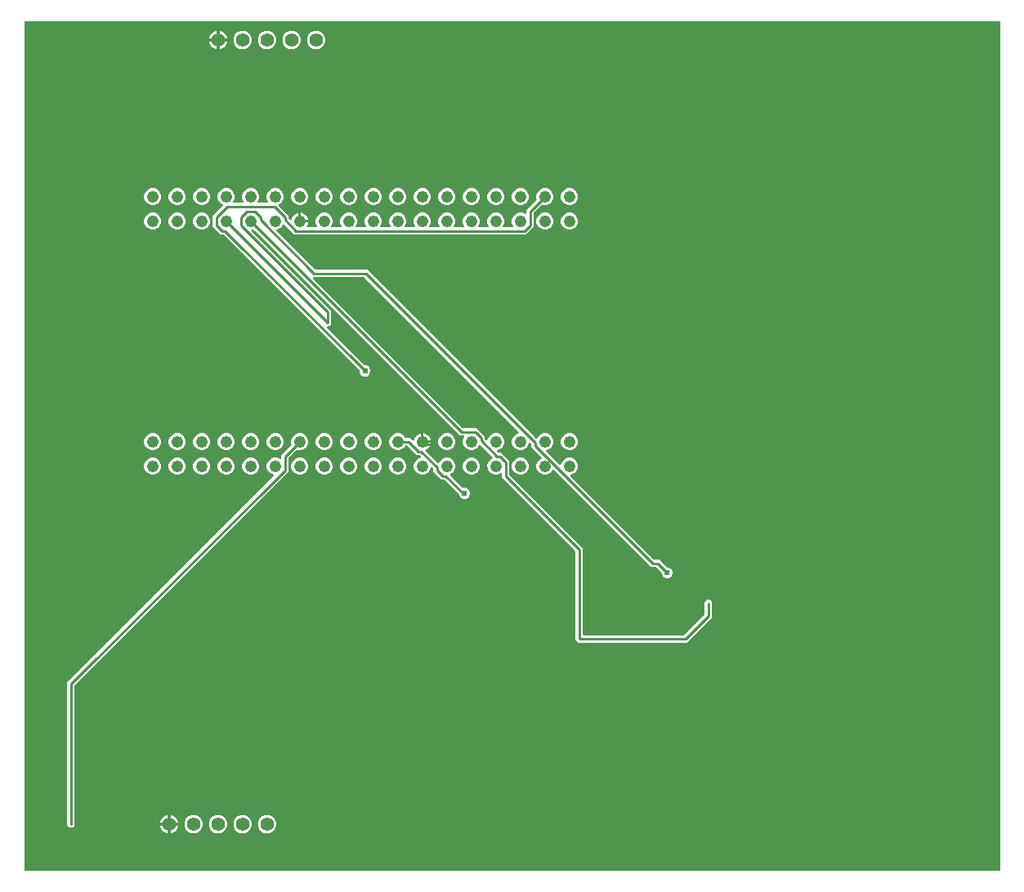
<source format=gbr>
G04 EAGLE Gerber RS-274X export*
G75*
%MOMM*%
%FSLAX34Y34*%
%LPD*%
%INCopper Layer 15*%
%IPPOS*%
%AMOC8*
5,1,8,0,0,1.08239X$1,22.5*%
G01*
%ADD10C,1.244600*%
%ADD11C,1.400000*%
%ADD12C,0.254000*%
%ADD13C,0.609600*%

G36*
X1012518Y2544D02*
X1012518Y2544D01*
X1012537Y2542D01*
X1012639Y2564D01*
X1012741Y2580D01*
X1012758Y2590D01*
X1012778Y2594D01*
X1012867Y2647D01*
X1012958Y2696D01*
X1012972Y2710D01*
X1012989Y2720D01*
X1013056Y2799D01*
X1013128Y2874D01*
X1013136Y2892D01*
X1013149Y2907D01*
X1013188Y3003D01*
X1013231Y3097D01*
X1013233Y3117D01*
X1013241Y3135D01*
X1013259Y3302D01*
X1013259Y882398D01*
X1013256Y882418D01*
X1013258Y882437D01*
X1013236Y882539D01*
X1013220Y882641D01*
X1013210Y882658D01*
X1013206Y882678D01*
X1013153Y882767D01*
X1013104Y882858D01*
X1013090Y882872D01*
X1013080Y882889D01*
X1013001Y882956D01*
X1012926Y883028D01*
X1012908Y883036D01*
X1012893Y883049D01*
X1012797Y883088D01*
X1012703Y883131D01*
X1012683Y883133D01*
X1012665Y883141D01*
X1012498Y883159D01*
X3302Y883159D01*
X3282Y883156D01*
X3263Y883158D01*
X3161Y883136D01*
X3059Y883120D01*
X3042Y883110D01*
X3022Y883106D01*
X2933Y883053D01*
X2842Y883004D01*
X2828Y882990D01*
X2811Y882980D01*
X2744Y882901D01*
X2672Y882826D01*
X2664Y882808D01*
X2651Y882793D01*
X2612Y882697D01*
X2569Y882603D01*
X2567Y882583D01*
X2559Y882565D01*
X2541Y882398D01*
X2541Y3302D01*
X2544Y3282D01*
X2542Y3263D01*
X2564Y3161D01*
X2580Y3059D01*
X2590Y3042D01*
X2594Y3022D01*
X2647Y2933D01*
X2696Y2842D01*
X2710Y2828D01*
X2720Y2811D01*
X2799Y2744D01*
X2874Y2672D01*
X2892Y2664D01*
X2907Y2651D01*
X3003Y2612D01*
X3097Y2569D01*
X3117Y2567D01*
X3135Y2559D01*
X3302Y2541D01*
X1012498Y2541D01*
X1012518Y2544D01*
G37*
%LPC*%
G36*
X575935Y239095D02*
X575935Y239095D01*
X573703Y241328D01*
X573703Y333392D01*
X573688Y333482D01*
X573681Y333573D01*
X573669Y333603D01*
X573663Y333635D01*
X573621Y333716D01*
X573585Y333800D01*
X573559Y333832D01*
X573548Y333852D01*
X573525Y333875D01*
X573480Y333931D01*
X497122Y410289D01*
X497122Y413891D01*
X497111Y413961D01*
X497109Y414033D01*
X497091Y414082D01*
X497083Y414133D01*
X497049Y414197D01*
X497024Y414264D01*
X496992Y414305D01*
X496967Y414351D01*
X496916Y414400D01*
X496871Y414456D01*
X496827Y414484D01*
X496789Y414520D01*
X496724Y414550D01*
X496664Y414589D01*
X496613Y414602D01*
X496566Y414624D01*
X496495Y414632D01*
X496425Y414649D01*
X496373Y414645D01*
X496322Y414651D01*
X496251Y414636D01*
X496180Y414630D01*
X496132Y414610D01*
X496081Y414599D01*
X496020Y414562D01*
X495954Y414534D01*
X495898Y414489D01*
X495872Y414474D01*
X492643Y413136D01*
X489157Y413136D01*
X485936Y414470D01*
X483470Y416936D01*
X482136Y420157D01*
X482136Y423643D01*
X483470Y426864D01*
X485936Y429330D01*
X487257Y429877D01*
X487296Y429901D01*
X487339Y429917D01*
X487400Y429965D01*
X487466Y430006D01*
X487495Y430042D01*
X487531Y430070D01*
X487573Y430136D01*
X487623Y430196D01*
X487639Y430239D01*
X487664Y430277D01*
X487683Y430353D01*
X487711Y430425D01*
X487713Y430471D01*
X487724Y430516D01*
X487718Y430593D01*
X487721Y430671D01*
X487708Y430715D01*
X487705Y430761D01*
X487674Y430833D01*
X487653Y430907D01*
X487626Y430945D01*
X487609Y430987D01*
X487523Y431094D01*
X487512Y431109D01*
X487508Y431112D01*
X487504Y431118D01*
X474718Y443904D01*
X474681Y443930D01*
X474650Y443964D01*
X474582Y444002D01*
X474519Y444047D01*
X474475Y444061D01*
X474434Y444083D01*
X474358Y444097D01*
X474283Y444120D01*
X474238Y444118D01*
X474192Y444127D01*
X474115Y444115D01*
X474038Y444113D01*
X473994Y444097D01*
X473949Y444091D01*
X473880Y444056D01*
X473807Y444029D01*
X473771Y444000D01*
X473730Y443979D01*
X473675Y443924D01*
X473615Y443875D01*
X473590Y443836D01*
X473558Y443804D01*
X473492Y443684D01*
X473482Y443668D01*
X473480Y443663D01*
X473477Y443657D01*
X472930Y442336D01*
X470464Y439870D01*
X467243Y438536D01*
X463757Y438536D01*
X460536Y439870D01*
X458070Y442336D01*
X456736Y445557D01*
X456736Y449043D01*
X458082Y452293D01*
X458120Y452333D01*
X458142Y452380D01*
X458172Y452422D01*
X458194Y452491D01*
X458224Y452556D01*
X458230Y452608D01*
X458245Y452657D01*
X458243Y452729D01*
X458251Y452800D01*
X458240Y452851D01*
X458239Y452903D01*
X458214Y452971D01*
X458199Y453041D01*
X458172Y453086D01*
X458154Y453134D01*
X458109Y453190D01*
X458072Y453252D01*
X458033Y453286D01*
X458000Y453326D01*
X457940Y453365D01*
X457886Y453412D01*
X457837Y453431D01*
X457794Y453459D01*
X457724Y453477D01*
X457657Y453504D01*
X457586Y453512D01*
X457555Y453520D01*
X457532Y453518D01*
X457491Y453522D01*
X453889Y453522D01*
X451433Y455977D01*
X240156Y667254D01*
X240062Y667322D01*
X239968Y667392D01*
X239962Y667394D01*
X239957Y667398D01*
X239845Y667432D01*
X239734Y667469D01*
X239728Y667468D01*
X239722Y667470D01*
X239605Y667467D01*
X239488Y667466D01*
X239481Y667464D01*
X239476Y667464D01*
X239458Y667458D01*
X239327Y667419D01*
X238614Y667124D01*
X238559Y667123D01*
X238511Y667105D01*
X238459Y667097D01*
X238396Y667063D01*
X238328Y667038D01*
X238288Y667006D01*
X238242Y666981D01*
X238192Y666929D01*
X238136Y666885D01*
X238108Y666841D01*
X238072Y666803D01*
X238042Y666738D01*
X238003Y666678D01*
X237991Y666627D01*
X237969Y666580D01*
X237961Y666509D01*
X237943Y666439D01*
X237947Y666387D01*
X237942Y666336D01*
X237957Y666265D01*
X237963Y666194D01*
X237983Y666146D01*
X237994Y666095D01*
X238031Y666034D01*
X238059Y665968D01*
X238104Y665912D01*
X238120Y665884D01*
X238138Y665869D01*
X238142Y665863D01*
X238144Y665860D01*
X238147Y665858D01*
X238164Y665837D01*
X320511Y583490D01*
X320511Y569122D01*
X318278Y566889D01*
X316638Y566889D01*
X316567Y566878D01*
X316495Y566876D01*
X316446Y566858D01*
X316395Y566850D01*
X316332Y566816D01*
X316264Y566791D01*
X316224Y566759D01*
X316178Y566734D01*
X316128Y566683D01*
X316072Y566638D01*
X316044Y566594D01*
X316008Y566556D01*
X315978Y566491D01*
X315939Y566431D01*
X315927Y566380D01*
X315905Y566333D01*
X315897Y566262D01*
X315879Y566192D01*
X315883Y566140D01*
X315878Y566089D01*
X315893Y566018D01*
X315898Y565947D01*
X315919Y565899D01*
X315930Y565848D01*
X315967Y565787D01*
X315995Y565721D01*
X316039Y565665D01*
X316056Y565637D01*
X316074Y565622D01*
X316099Y565590D01*
X355177Y526512D01*
X355251Y526459D01*
X355321Y526399D01*
X355351Y526387D01*
X355377Y526368D01*
X355464Y526341D01*
X355549Y526307D01*
X355590Y526303D01*
X355612Y526296D01*
X355644Y526297D01*
X355716Y526289D01*
X356712Y526289D01*
X358766Y525438D01*
X360338Y523866D01*
X361189Y521812D01*
X361189Y519588D01*
X360338Y517534D01*
X358766Y515962D01*
X356712Y515111D01*
X354488Y515111D01*
X352434Y515962D01*
X350862Y517534D01*
X350011Y519588D01*
X350011Y520584D01*
X349997Y520674D01*
X349989Y520765D01*
X349977Y520795D01*
X349972Y520827D01*
X349929Y520908D01*
X349893Y520992D01*
X349867Y521024D01*
X349856Y521044D01*
X349833Y521067D01*
X349788Y521123D01*
X209077Y661833D01*
X209004Y661886D01*
X208934Y661946D01*
X208904Y661958D01*
X208878Y661977D01*
X208791Y662004D01*
X208706Y662038D01*
X208665Y662042D01*
X208643Y662049D01*
X208610Y662048D01*
X208539Y662056D01*
X205766Y662056D01*
X203311Y664511D01*
X203310Y664512D01*
X200112Y667710D01*
X200111Y667711D01*
X197656Y670166D01*
X197656Y681634D01*
X200111Y684089D01*
X200112Y684090D01*
X208104Y692082D01*
X208130Y692119D01*
X208164Y692150D01*
X208202Y692218D01*
X208247Y692281D01*
X208261Y692325D01*
X208283Y692366D01*
X208297Y692442D01*
X208320Y692517D01*
X208318Y692562D01*
X208327Y692608D01*
X208315Y692685D01*
X208313Y692762D01*
X208297Y692806D01*
X208291Y692851D01*
X208256Y692920D01*
X208229Y692993D01*
X208200Y693029D01*
X208179Y693070D01*
X208124Y693125D01*
X208075Y693185D01*
X208036Y693210D01*
X208004Y693242D01*
X207884Y693308D01*
X207868Y693318D01*
X207863Y693320D01*
X207857Y693323D01*
X206536Y693870D01*
X204070Y696336D01*
X202736Y699557D01*
X202736Y703043D01*
X204070Y706264D01*
X206536Y708730D01*
X209757Y710064D01*
X213243Y710064D01*
X216464Y708730D01*
X218930Y706264D01*
X220264Y703043D01*
X220264Y699557D01*
X218930Y696336D01*
X218717Y696123D01*
X218675Y696065D01*
X218626Y696013D01*
X218604Y695966D01*
X218574Y695924D01*
X218552Y695855D01*
X218522Y695790D01*
X218516Y695738D01*
X218501Y695688D01*
X218503Y695617D01*
X218495Y695546D01*
X218506Y695495D01*
X218508Y695443D01*
X218532Y695375D01*
X218547Y695305D01*
X218574Y695260D01*
X218592Y695212D01*
X218637Y695156D01*
X218674Y695094D01*
X218713Y695060D01*
X218746Y695020D01*
X218806Y694981D01*
X218860Y694934D01*
X218909Y694915D01*
X218953Y694887D01*
X219022Y694869D01*
X219089Y694842D01*
X219160Y694834D01*
X219191Y694826D01*
X219214Y694828D01*
X219255Y694824D01*
X229145Y694824D01*
X229215Y694835D01*
X229287Y694837D01*
X229336Y694855D01*
X229387Y694863D01*
X229451Y694897D01*
X229518Y694922D01*
X229559Y694954D01*
X229605Y694979D01*
X229654Y695030D01*
X229710Y695075D01*
X229738Y695119D01*
X229774Y695157D01*
X229804Y695222D01*
X229843Y695282D01*
X229856Y695333D01*
X229878Y695380D01*
X229886Y695451D01*
X229903Y695521D01*
X229899Y695573D01*
X229905Y695624D01*
X229890Y695695D01*
X229884Y695766D01*
X229864Y695814D01*
X229853Y695865D01*
X229816Y695926D01*
X229788Y695992D01*
X229743Y696048D01*
X229726Y696076D01*
X229709Y696091D01*
X229683Y696123D01*
X229470Y696336D01*
X228136Y699557D01*
X228136Y703043D01*
X229470Y706264D01*
X231936Y708730D01*
X235157Y710064D01*
X238643Y710064D01*
X241864Y708730D01*
X244330Y706264D01*
X245664Y703043D01*
X245664Y699557D01*
X244330Y696336D01*
X244117Y696123D01*
X244075Y696065D01*
X244026Y696013D01*
X244004Y695966D01*
X243974Y695924D01*
X243952Y695855D01*
X243922Y695790D01*
X243916Y695738D01*
X243901Y695688D01*
X243903Y695617D01*
X243895Y695546D01*
X243906Y695495D01*
X243908Y695443D01*
X243932Y695375D01*
X243947Y695305D01*
X243974Y695260D01*
X243992Y695212D01*
X244037Y695156D01*
X244074Y695094D01*
X244113Y695060D01*
X244146Y695020D01*
X244206Y694981D01*
X244260Y694934D01*
X244309Y694915D01*
X244353Y694887D01*
X244422Y694869D01*
X244489Y694842D01*
X244560Y694834D01*
X244591Y694826D01*
X244614Y694828D01*
X244655Y694824D01*
X254545Y694824D01*
X254615Y694835D01*
X254687Y694837D01*
X254736Y694855D01*
X254787Y694863D01*
X254851Y694897D01*
X254918Y694922D01*
X254959Y694954D01*
X255005Y694979D01*
X255054Y695030D01*
X255110Y695075D01*
X255138Y695119D01*
X255174Y695157D01*
X255204Y695222D01*
X255243Y695282D01*
X255256Y695333D01*
X255278Y695380D01*
X255286Y695451D01*
X255303Y695521D01*
X255299Y695573D01*
X255305Y695624D01*
X255290Y695695D01*
X255284Y695766D01*
X255264Y695814D01*
X255253Y695865D01*
X255216Y695926D01*
X255188Y695992D01*
X255143Y696048D01*
X255126Y696076D01*
X255109Y696091D01*
X255083Y696123D01*
X254870Y696336D01*
X253536Y699557D01*
X253536Y703043D01*
X254870Y706264D01*
X257336Y708730D01*
X260557Y710064D01*
X264043Y710064D01*
X267264Y708730D01*
X269730Y706264D01*
X271064Y703043D01*
X271064Y699557D01*
X269730Y696336D01*
X267264Y693870D01*
X265943Y693323D01*
X265904Y693299D01*
X265861Y693283D01*
X265800Y693235D01*
X265734Y693194D01*
X265705Y693158D01*
X265669Y693130D01*
X265627Y693064D01*
X265577Y693004D01*
X265561Y692961D01*
X265536Y692923D01*
X265517Y692847D01*
X265489Y692775D01*
X265487Y692729D01*
X265476Y692684D01*
X265482Y692607D01*
X265479Y692529D01*
X265492Y692485D01*
X265495Y692439D01*
X265526Y692367D01*
X265547Y692293D01*
X265574Y692255D01*
X265591Y692213D01*
X265677Y692106D01*
X265688Y692091D01*
X265692Y692088D01*
X265696Y692082D01*
X276144Y681634D01*
X276144Y678972D01*
X276158Y678882D01*
X276166Y678791D01*
X276178Y678761D01*
X276183Y678729D01*
X276226Y678649D01*
X276262Y678565D01*
X276288Y678532D01*
X276299Y678512D01*
X276322Y678490D01*
X276367Y678434D01*
X277780Y677020D01*
X277876Y676951D01*
X277974Y676880D01*
X277977Y676879D01*
X277980Y676877D01*
X278094Y676842D01*
X278209Y676805D01*
X278212Y676805D01*
X278215Y676804D01*
X278336Y676808D01*
X278455Y676810D01*
X278458Y676811D01*
X278461Y676811D01*
X278574Y676852D01*
X278686Y676892D01*
X278689Y676894D01*
X278692Y676895D01*
X278784Y676969D01*
X278880Y677044D01*
X278881Y677047D01*
X278884Y677049D01*
X278949Y677150D01*
X279014Y677250D01*
X279015Y677254D01*
X279017Y677256D01*
X279020Y677267D01*
X279065Y677410D01*
X279273Y678456D01*
X279934Y680051D01*
X280893Y681487D01*
X282113Y682707D01*
X283549Y683666D01*
X285144Y684327D01*
X286177Y684532D01*
X286177Y676662D01*
X286180Y676642D01*
X286178Y676623D01*
X286200Y676521D01*
X286217Y676419D01*
X286226Y676402D01*
X286230Y676382D01*
X286283Y676293D01*
X286332Y676202D01*
X286346Y676188D01*
X286356Y676171D01*
X286435Y676104D01*
X286510Y676033D01*
X286528Y676024D01*
X286543Y676011D01*
X286639Y675973D01*
X286733Y675929D01*
X286753Y675927D01*
X286771Y675919D01*
X286938Y675901D01*
X287701Y675901D01*
X287701Y675138D01*
X287704Y675118D01*
X287702Y675099D01*
X287724Y674997D01*
X287741Y674895D01*
X287750Y674878D01*
X287754Y674858D01*
X287807Y674769D01*
X287856Y674678D01*
X287870Y674664D01*
X287880Y674647D01*
X287959Y674580D01*
X288034Y674509D01*
X288052Y674500D01*
X288067Y674487D01*
X288163Y674448D01*
X288257Y674405D01*
X288277Y674403D01*
X288295Y674395D01*
X288462Y674377D01*
X296332Y674377D01*
X296127Y673344D01*
X295466Y671749D01*
X294874Y670862D01*
X294824Y670753D01*
X294774Y670644D01*
X294773Y670641D01*
X294772Y670638D01*
X294760Y670518D01*
X294746Y670400D01*
X294747Y670396D01*
X294747Y670393D01*
X294773Y670277D01*
X294799Y670159D01*
X294800Y670156D01*
X294801Y670153D01*
X294863Y670051D01*
X294925Y669948D01*
X294927Y669946D01*
X294929Y669943D01*
X295021Y669866D01*
X295112Y669788D01*
X295115Y669787D01*
X295117Y669785D01*
X295227Y669742D01*
X295340Y669696D01*
X295344Y669696D01*
X295346Y669695D01*
X295357Y669694D01*
X295507Y669678D01*
X305091Y669678D01*
X305161Y669689D01*
X305233Y669691D01*
X305282Y669709D01*
X305333Y669717D01*
X305397Y669751D01*
X305464Y669776D01*
X305505Y669808D01*
X305551Y669833D01*
X305600Y669884D01*
X305656Y669929D01*
X305684Y669973D01*
X305720Y670011D01*
X305750Y670076D01*
X305789Y670136D01*
X305802Y670187D01*
X305824Y670234D01*
X305832Y670305D01*
X305849Y670375D01*
X305845Y670427D01*
X305851Y670478D01*
X305836Y670549D01*
X305830Y670620D01*
X305810Y670668D01*
X305799Y670719D01*
X305762Y670780D01*
X305734Y670846D01*
X305689Y670902D01*
X305674Y670928D01*
X304336Y674157D01*
X304336Y677643D01*
X305670Y680864D01*
X308136Y683330D01*
X311357Y684664D01*
X314843Y684664D01*
X318064Y683330D01*
X320530Y680864D01*
X321864Y677643D01*
X321864Y674157D01*
X320518Y670907D01*
X320480Y670867D01*
X320458Y670820D01*
X320428Y670778D01*
X320406Y670709D01*
X320376Y670644D01*
X320370Y670592D01*
X320355Y670543D01*
X320357Y670471D01*
X320349Y670400D01*
X320360Y670349D01*
X320361Y670297D01*
X320386Y670229D01*
X320401Y670159D01*
X320428Y670114D01*
X320446Y670066D01*
X320491Y670010D01*
X320528Y669948D01*
X320567Y669914D01*
X320600Y669874D01*
X320660Y669835D01*
X320714Y669788D01*
X320763Y669769D01*
X320806Y669741D01*
X320876Y669723D01*
X320943Y669696D01*
X321014Y669688D01*
X321045Y669680D01*
X321068Y669682D01*
X321109Y669678D01*
X330491Y669678D01*
X330561Y669689D01*
X330633Y669691D01*
X330682Y669709D01*
X330733Y669717D01*
X330797Y669751D01*
X330864Y669776D01*
X330905Y669808D01*
X330951Y669833D01*
X331000Y669884D01*
X331056Y669929D01*
X331084Y669973D01*
X331120Y670011D01*
X331150Y670076D01*
X331189Y670136D01*
X331202Y670187D01*
X331224Y670234D01*
X331232Y670305D01*
X331249Y670375D01*
X331245Y670427D01*
X331251Y670478D01*
X331236Y670549D01*
X331230Y670620D01*
X331210Y670668D01*
X331199Y670719D01*
X331162Y670780D01*
X331134Y670846D01*
X331089Y670902D01*
X331074Y670928D01*
X329736Y674157D01*
X329736Y677643D01*
X331070Y680864D01*
X333536Y683330D01*
X336757Y684664D01*
X340243Y684664D01*
X343464Y683330D01*
X345930Y680864D01*
X347264Y677643D01*
X347264Y674157D01*
X345918Y670907D01*
X345880Y670867D01*
X345858Y670820D01*
X345828Y670778D01*
X345806Y670709D01*
X345776Y670644D01*
X345770Y670592D01*
X345755Y670543D01*
X345757Y670471D01*
X345749Y670400D01*
X345760Y670349D01*
X345761Y670297D01*
X345786Y670229D01*
X345801Y670159D01*
X345828Y670114D01*
X345846Y670066D01*
X345891Y670010D01*
X345928Y669948D01*
X345967Y669914D01*
X346000Y669874D01*
X346060Y669835D01*
X346114Y669788D01*
X346163Y669769D01*
X346206Y669741D01*
X346276Y669723D01*
X346343Y669696D01*
X346414Y669688D01*
X346445Y669680D01*
X346468Y669682D01*
X346509Y669678D01*
X355891Y669678D01*
X355961Y669689D01*
X356033Y669691D01*
X356082Y669709D01*
X356133Y669717D01*
X356197Y669751D01*
X356264Y669776D01*
X356305Y669808D01*
X356351Y669833D01*
X356400Y669884D01*
X356456Y669929D01*
X356484Y669973D01*
X356520Y670011D01*
X356550Y670076D01*
X356589Y670136D01*
X356602Y670187D01*
X356624Y670234D01*
X356632Y670305D01*
X356649Y670375D01*
X356645Y670427D01*
X356651Y670478D01*
X356636Y670549D01*
X356630Y670620D01*
X356610Y670668D01*
X356599Y670719D01*
X356562Y670780D01*
X356534Y670846D01*
X356489Y670902D01*
X356474Y670928D01*
X355136Y674157D01*
X355136Y677643D01*
X356470Y680864D01*
X358936Y683330D01*
X362157Y684664D01*
X365643Y684664D01*
X368864Y683330D01*
X371330Y680864D01*
X372664Y677643D01*
X372664Y674157D01*
X371318Y670907D01*
X371280Y670867D01*
X371258Y670820D01*
X371228Y670778D01*
X371206Y670709D01*
X371176Y670644D01*
X371170Y670592D01*
X371155Y670543D01*
X371157Y670471D01*
X371149Y670400D01*
X371160Y670349D01*
X371161Y670297D01*
X371186Y670229D01*
X371201Y670159D01*
X371228Y670114D01*
X371246Y670066D01*
X371291Y670010D01*
X371328Y669948D01*
X371367Y669914D01*
X371400Y669874D01*
X371460Y669835D01*
X371514Y669788D01*
X371563Y669769D01*
X371606Y669741D01*
X371676Y669723D01*
X371743Y669696D01*
X371814Y669688D01*
X371845Y669680D01*
X371868Y669682D01*
X371909Y669678D01*
X381291Y669678D01*
X381361Y669689D01*
X381433Y669691D01*
X381482Y669709D01*
X381533Y669717D01*
X381597Y669751D01*
X381664Y669776D01*
X381705Y669808D01*
X381751Y669833D01*
X381800Y669884D01*
X381856Y669929D01*
X381884Y669973D01*
X381920Y670011D01*
X381950Y670076D01*
X381989Y670136D01*
X382002Y670187D01*
X382024Y670234D01*
X382032Y670305D01*
X382049Y670375D01*
X382045Y670427D01*
X382051Y670478D01*
X382036Y670549D01*
X382030Y670620D01*
X382010Y670668D01*
X381999Y670719D01*
X381962Y670780D01*
X381934Y670846D01*
X381889Y670902D01*
X381874Y670928D01*
X380536Y674157D01*
X380536Y677643D01*
X381870Y680864D01*
X384336Y683330D01*
X387557Y684664D01*
X391043Y684664D01*
X394264Y683330D01*
X396730Y680864D01*
X398064Y677643D01*
X398064Y674157D01*
X396718Y670907D01*
X396680Y670867D01*
X396658Y670820D01*
X396628Y670778D01*
X396606Y670709D01*
X396576Y670644D01*
X396570Y670592D01*
X396555Y670543D01*
X396557Y670471D01*
X396549Y670400D01*
X396560Y670349D01*
X396561Y670297D01*
X396586Y670229D01*
X396601Y670159D01*
X396628Y670114D01*
X396646Y670066D01*
X396691Y670010D01*
X396728Y669948D01*
X396767Y669914D01*
X396800Y669874D01*
X396860Y669835D01*
X396914Y669788D01*
X396963Y669769D01*
X397006Y669741D01*
X397076Y669723D01*
X397143Y669696D01*
X397214Y669688D01*
X397245Y669680D01*
X397268Y669682D01*
X397309Y669678D01*
X406691Y669678D01*
X406761Y669689D01*
X406833Y669691D01*
X406882Y669709D01*
X406933Y669717D01*
X406997Y669751D01*
X407064Y669776D01*
X407105Y669808D01*
X407151Y669833D01*
X407200Y669884D01*
X407256Y669929D01*
X407284Y669973D01*
X407320Y670011D01*
X407350Y670076D01*
X407389Y670136D01*
X407402Y670187D01*
X407424Y670234D01*
X407432Y670305D01*
X407449Y670375D01*
X407445Y670427D01*
X407451Y670478D01*
X407436Y670549D01*
X407430Y670620D01*
X407410Y670668D01*
X407399Y670719D01*
X407362Y670780D01*
X407334Y670846D01*
X407289Y670902D01*
X407274Y670928D01*
X405936Y674157D01*
X405936Y677643D01*
X407270Y680864D01*
X409736Y683330D01*
X412957Y684664D01*
X416443Y684664D01*
X419664Y683330D01*
X422130Y680864D01*
X423464Y677643D01*
X423464Y674157D01*
X422118Y670907D01*
X422080Y670867D01*
X422058Y670820D01*
X422028Y670778D01*
X422006Y670709D01*
X421976Y670644D01*
X421970Y670592D01*
X421955Y670543D01*
X421957Y670471D01*
X421949Y670400D01*
X421960Y670349D01*
X421961Y670297D01*
X421986Y670229D01*
X422001Y670159D01*
X422028Y670114D01*
X422046Y670066D01*
X422091Y670010D01*
X422128Y669948D01*
X422167Y669914D01*
X422200Y669874D01*
X422260Y669835D01*
X422314Y669788D01*
X422363Y669769D01*
X422406Y669741D01*
X422476Y669723D01*
X422543Y669696D01*
X422614Y669688D01*
X422645Y669680D01*
X422668Y669682D01*
X422709Y669678D01*
X432091Y669678D01*
X432161Y669689D01*
X432233Y669691D01*
X432282Y669709D01*
X432333Y669717D01*
X432397Y669751D01*
X432464Y669776D01*
X432505Y669808D01*
X432551Y669833D01*
X432600Y669884D01*
X432656Y669929D01*
X432684Y669973D01*
X432720Y670011D01*
X432750Y670076D01*
X432789Y670136D01*
X432802Y670187D01*
X432824Y670234D01*
X432832Y670305D01*
X432849Y670375D01*
X432845Y670427D01*
X432851Y670478D01*
X432836Y670549D01*
X432830Y670620D01*
X432810Y670668D01*
X432799Y670719D01*
X432762Y670780D01*
X432734Y670846D01*
X432689Y670902D01*
X432674Y670928D01*
X431336Y674157D01*
X431336Y677643D01*
X432670Y680864D01*
X435136Y683330D01*
X438357Y684664D01*
X441843Y684664D01*
X445064Y683330D01*
X447530Y680864D01*
X448864Y677643D01*
X448864Y674157D01*
X447518Y670907D01*
X447480Y670867D01*
X447458Y670820D01*
X447428Y670778D01*
X447406Y670709D01*
X447376Y670644D01*
X447370Y670592D01*
X447355Y670543D01*
X447357Y670471D01*
X447349Y670400D01*
X447360Y670349D01*
X447361Y670297D01*
X447386Y670229D01*
X447401Y670159D01*
X447428Y670114D01*
X447446Y670066D01*
X447491Y670010D01*
X447528Y669948D01*
X447567Y669914D01*
X447600Y669874D01*
X447660Y669835D01*
X447714Y669788D01*
X447763Y669769D01*
X447806Y669741D01*
X447876Y669723D01*
X447943Y669696D01*
X448014Y669688D01*
X448045Y669680D01*
X448068Y669682D01*
X448109Y669678D01*
X457491Y669678D01*
X457561Y669689D01*
X457633Y669691D01*
X457682Y669709D01*
X457733Y669717D01*
X457797Y669751D01*
X457864Y669776D01*
X457905Y669808D01*
X457951Y669833D01*
X458000Y669884D01*
X458056Y669929D01*
X458084Y669973D01*
X458120Y670011D01*
X458150Y670076D01*
X458189Y670136D01*
X458202Y670187D01*
X458224Y670234D01*
X458232Y670305D01*
X458249Y670375D01*
X458245Y670427D01*
X458251Y670478D01*
X458236Y670549D01*
X458230Y670620D01*
X458210Y670668D01*
X458199Y670719D01*
X458162Y670780D01*
X458134Y670846D01*
X458089Y670902D01*
X458074Y670928D01*
X456736Y674157D01*
X456736Y677643D01*
X458070Y680864D01*
X460536Y683330D01*
X463757Y684664D01*
X467243Y684664D01*
X470464Y683330D01*
X472930Y680864D01*
X474264Y677643D01*
X474264Y674157D01*
X472918Y670907D01*
X472880Y670867D01*
X472858Y670820D01*
X472828Y670778D01*
X472806Y670709D01*
X472776Y670644D01*
X472770Y670592D01*
X472755Y670543D01*
X472757Y670471D01*
X472749Y670400D01*
X472760Y670349D01*
X472761Y670297D01*
X472786Y670229D01*
X472801Y670159D01*
X472828Y670114D01*
X472846Y670066D01*
X472891Y670010D01*
X472928Y669948D01*
X472967Y669914D01*
X473000Y669874D01*
X473060Y669835D01*
X473114Y669788D01*
X473163Y669769D01*
X473206Y669741D01*
X473276Y669723D01*
X473343Y669696D01*
X473414Y669688D01*
X473445Y669680D01*
X473468Y669682D01*
X473509Y669678D01*
X482891Y669678D01*
X482961Y669689D01*
X483033Y669691D01*
X483082Y669709D01*
X483133Y669717D01*
X483197Y669751D01*
X483264Y669776D01*
X483305Y669808D01*
X483351Y669833D01*
X483400Y669884D01*
X483456Y669929D01*
X483484Y669973D01*
X483520Y670011D01*
X483550Y670076D01*
X483589Y670136D01*
X483602Y670187D01*
X483624Y670234D01*
X483632Y670305D01*
X483649Y670375D01*
X483645Y670427D01*
X483651Y670478D01*
X483636Y670549D01*
X483630Y670620D01*
X483610Y670668D01*
X483599Y670719D01*
X483562Y670780D01*
X483534Y670846D01*
X483489Y670902D01*
X483474Y670928D01*
X482136Y674157D01*
X482136Y677643D01*
X483470Y680864D01*
X485936Y683330D01*
X489157Y684664D01*
X492643Y684664D01*
X495864Y683330D01*
X498330Y680864D01*
X499664Y677643D01*
X499664Y674157D01*
X498318Y670907D01*
X498280Y670867D01*
X498258Y670820D01*
X498228Y670778D01*
X498206Y670709D01*
X498176Y670644D01*
X498170Y670592D01*
X498155Y670543D01*
X498157Y670471D01*
X498149Y670400D01*
X498160Y670349D01*
X498161Y670297D01*
X498186Y670229D01*
X498201Y670159D01*
X498228Y670114D01*
X498246Y670066D01*
X498291Y670010D01*
X498328Y669948D01*
X498367Y669914D01*
X498400Y669874D01*
X498460Y669835D01*
X498514Y669788D01*
X498563Y669769D01*
X498606Y669741D01*
X498676Y669723D01*
X498743Y669696D01*
X498814Y669688D01*
X498845Y669680D01*
X498868Y669682D01*
X498909Y669678D01*
X508291Y669678D01*
X508361Y669689D01*
X508433Y669691D01*
X508482Y669709D01*
X508533Y669717D01*
X508597Y669751D01*
X508664Y669776D01*
X508705Y669808D01*
X508751Y669833D01*
X508800Y669884D01*
X508856Y669929D01*
X508884Y669973D01*
X508920Y670011D01*
X508950Y670076D01*
X508989Y670136D01*
X509002Y670187D01*
X509024Y670234D01*
X509032Y670305D01*
X509049Y670375D01*
X509045Y670427D01*
X509051Y670478D01*
X509036Y670549D01*
X509030Y670620D01*
X509010Y670668D01*
X508999Y670719D01*
X508962Y670780D01*
X508934Y670846D01*
X508889Y670902D01*
X508874Y670928D01*
X507536Y674157D01*
X507536Y677643D01*
X508870Y680864D01*
X511336Y683330D01*
X514557Y684664D01*
X518043Y684664D01*
X521293Y683318D01*
X521333Y683280D01*
X521380Y683258D01*
X521422Y683228D01*
X521491Y683206D01*
X521556Y683176D01*
X521608Y683170D01*
X521657Y683155D01*
X521729Y683157D01*
X521800Y683149D01*
X521851Y683160D01*
X521903Y683161D01*
X521971Y683186D01*
X522041Y683201D01*
X522086Y683228D01*
X522134Y683246D01*
X522190Y683291D01*
X522252Y683328D01*
X522286Y683367D01*
X522326Y683400D01*
X522365Y683460D01*
X522412Y683514D01*
X522431Y683563D01*
X522459Y683606D01*
X522477Y683676D01*
X522504Y683743D01*
X522512Y683814D01*
X522520Y683845D01*
X522518Y683868D01*
X522522Y683909D01*
X522522Y687511D01*
X524977Y689967D01*
X524978Y689967D01*
X533054Y698044D01*
X533122Y698138D01*
X533192Y698232D01*
X533194Y698238D01*
X533198Y698243D01*
X533232Y698355D01*
X533269Y698466D01*
X533268Y698472D01*
X533270Y698478D01*
X533267Y698594D01*
X533266Y698712D01*
X533264Y698719D01*
X533264Y698724D01*
X533258Y698742D01*
X533219Y698873D01*
X532936Y699557D01*
X532936Y703043D01*
X534270Y706264D01*
X536736Y708730D01*
X539957Y710064D01*
X543443Y710064D01*
X546664Y708730D01*
X549130Y706264D01*
X550464Y703043D01*
X550464Y699557D01*
X549130Y696336D01*
X546664Y693870D01*
X543443Y692536D01*
X539957Y692536D01*
X539273Y692819D01*
X539160Y692846D01*
X539046Y692875D01*
X539040Y692874D01*
X539034Y692876D01*
X538917Y692865D01*
X538801Y692856D01*
X538795Y692853D01*
X538789Y692853D01*
X538681Y692805D01*
X538575Y692759D01*
X538569Y692755D01*
X538564Y692753D01*
X538550Y692740D01*
X538444Y692654D01*
X530367Y684578D01*
X530314Y684504D01*
X530254Y684434D01*
X530242Y684404D01*
X530223Y684378D01*
X530196Y684291D01*
X530162Y684206D01*
X530158Y684165D01*
X530151Y684143D01*
X530152Y684111D01*
X530144Y684039D01*
X530144Y670166D01*
X522034Y662056D01*
X281966Y662056D01*
X271518Y672504D01*
X271481Y672530D01*
X271450Y672564D01*
X271382Y672602D01*
X271319Y672647D01*
X271275Y672661D01*
X271234Y672683D01*
X271158Y672697D01*
X271083Y672720D01*
X271038Y672718D01*
X270992Y672727D01*
X270915Y672715D01*
X270838Y672713D01*
X270794Y672697D01*
X270749Y672691D01*
X270680Y672656D01*
X270607Y672629D01*
X270571Y672600D01*
X270530Y672579D01*
X270475Y672524D01*
X270415Y672475D01*
X270390Y672436D01*
X270358Y672404D01*
X270292Y672284D01*
X270282Y672268D01*
X270280Y672263D01*
X270277Y672257D01*
X269730Y670936D01*
X267264Y668470D01*
X264014Y667124D01*
X263959Y667123D01*
X263911Y667105D01*
X263859Y667097D01*
X263796Y667063D01*
X263728Y667038D01*
X263688Y667006D01*
X263642Y666981D01*
X263592Y666929D01*
X263536Y666885D01*
X263508Y666841D01*
X263472Y666803D01*
X263442Y666738D01*
X263403Y666678D01*
X263391Y666627D01*
X263369Y666580D01*
X263361Y666509D01*
X263343Y666439D01*
X263347Y666387D01*
X263342Y666336D01*
X263357Y666265D01*
X263363Y666194D01*
X263383Y666146D01*
X263394Y666095D01*
X263431Y666034D01*
X263459Y665968D01*
X263504Y665912D01*
X263520Y665884D01*
X263538Y665869D01*
X263542Y665863D01*
X263544Y665860D01*
X263547Y665858D01*
X263564Y665837D01*
X303867Y625534D01*
X303941Y625481D01*
X304010Y625421D01*
X304040Y625409D01*
X304066Y625390D01*
X304153Y625363D01*
X304238Y625329D01*
X304279Y625325D01*
X304302Y625318D01*
X304334Y625319D01*
X304405Y625311D01*
X357867Y625311D01*
X532482Y450696D01*
X532519Y450670D01*
X532550Y450636D01*
X532618Y450598D01*
X532681Y450553D01*
X532725Y450539D01*
X532766Y450517D01*
X532842Y450503D01*
X532917Y450480D01*
X532962Y450482D01*
X533008Y450473D01*
X533085Y450485D01*
X533162Y450487D01*
X533206Y450503D01*
X533251Y450509D01*
X533320Y450544D01*
X533393Y450571D01*
X533429Y450600D01*
X533470Y450621D01*
X533525Y450676D01*
X533585Y450725D01*
X533610Y450764D01*
X533642Y450796D01*
X533708Y450916D01*
X533718Y450932D01*
X533720Y450937D01*
X533723Y450943D01*
X534270Y452264D01*
X536736Y454730D01*
X539957Y456064D01*
X543443Y456064D01*
X546664Y454730D01*
X549130Y452264D01*
X550464Y449043D01*
X550464Y445557D01*
X549130Y442336D01*
X546664Y439870D01*
X543414Y438524D01*
X543359Y438523D01*
X543310Y438505D01*
X543259Y438497D01*
X543196Y438463D01*
X543128Y438438D01*
X543088Y438406D01*
X543042Y438381D01*
X542992Y438330D01*
X542936Y438285D01*
X542908Y438241D01*
X542872Y438203D01*
X542842Y438138D01*
X542803Y438078D01*
X542791Y438027D01*
X542769Y437980D01*
X542761Y437909D01*
X542743Y437839D01*
X542747Y437787D01*
X542742Y437736D01*
X542757Y437665D01*
X542763Y437594D01*
X542783Y437546D01*
X542794Y437495D01*
X542831Y437434D01*
X542859Y437368D01*
X542904Y437312D01*
X542920Y437284D01*
X542938Y437269D01*
X542964Y437237D01*
X557037Y423164D01*
X557095Y423122D01*
X557147Y423072D01*
X557194Y423050D01*
X557236Y423020D01*
X557305Y422999D01*
X557370Y422969D01*
X557422Y422963D01*
X557472Y422948D01*
X557543Y422950D01*
X557614Y422942D01*
X557665Y422953D01*
X557717Y422954D01*
X557785Y422979D01*
X557855Y422994D01*
X557899Y423021D01*
X557948Y423039D01*
X558004Y423083D01*
X558066Y423120D01*
X558100Y423160D01*
X558140Y423192D01*
X558179Y423253D01*
X558226Y423307D01*
X558245Y423355D01*
X558273Y423399D01*
X558291Y423469D01*
X558318Y423535D01*
X558326Y423607D01*
X558333Y423635D01*
X559670Y426864D01*
X562136Y429330D01*
X565357Y430664D01*
X568843Y430664D01*
X572064Y429330D01*
X574530Y426864D01*
X575864Y423643D01*
X575864Y420157D01*
X574530Y416936D01*
X572064Y414470D01*
X568814Y413124D01*
X568759Y413123D01*
X568711Y413105D01*
X568659Y413097D01*
X568596Y413063D01*
X568528Y413038D01*
X568488Y413006D01*
X568442Y412981D01*
X568392Y412929D01*
X568336Y412885D01*
X568308Y412841D01*
X568272Y412803D01*
X568242Y412738D01*
X568203Y412678D01*
X568191Y412627D01*
X568169Y412580D01*
X568161Y412509D01*
X568143Y412439D01*
X568147Y412387D01*
X568142Y412336D01*
X568157Y412265D01*
X568163Y412194D01*
X568183Y412146D01*
X568194Y412095D01*
X568231Y412034D01*
X568259Y411968D01*
X568304Y411912D01*
X568320Y411884D01*
X568338Y411869D01*
X568364Y411837D01*
X654966Y325234D01*
X655040Y325181D01*
X655110Y325122D01*
X655140Y325110D01*
X655166Y325091D01*
X655253Y325064D01*
X655338Y325030D01*
X655379Y325025D01*
X655401Y325018D01*
X655433Y325019D01*
X655504Y325011D01*
X660271Y325011D01*
X667992Y317290D01*
X668066Y317237D01*
X668136Y317177D01*
X668166Y317165D01*
X668192Y317146D01*
X668279Y317120D01*
X668364Y317085D01*
X668405Y317081D01*
X668427Y317074D01*
X668459Y317075D01*
X668531Y317067D01*
X669527Y317067D01*
X671581Y316216D01*
X673153Y314644D01*
X674004Y312590D01*
X674004Y310367D01*
X673153Y308312D01*
X671581Y306740D01*
X669527Y305889D01*
X667303Y305889D01*
X665249Y306740D01*
X663677Y308312D01*
X662826Y310367D01*
X662826Y311362D01*
X662811Y311453D01*
X662804Y311543D01*
X662792Y311573D01*
X662786Y311605D01*
X662744Y311686D01*
X662708Y311770D01*
X662682Y311802D01*
X662671Y311823D01*
X662648Y311845D01*
X662603Y311901D01*
X657337Y317167D01*
X657263Y317220D01*
X657194Y317279D01*
X657163Y317292D01*
X657137Y317310D01*
X657050Y317337D01*
X656965Y317371D01*
X656924Y317376D01*
X656902Y317383D01*
X656870Y317382D01*
X656799Y317390D01*
X652032Y317390D01*
X550918Y418504D01*
X550881Y418530D01*
X550850Y418564D01*
X550782Y418602D01*
X550719Y418647D01*
X550675Y418661D01*
X550634Y418683D01*
X550558Y418697D01*
X550483Y418720D01*
X550438Y418718D01*
X550392Y418727D01*
X550315Y418715D01*
X550238Y418713D01*
X550194Y418697D01*
X550149Y418691D01*
X550080Y418656D01*
X550007Y418629D01*
X549971Y418600D01*
X549930Y418579D01*
X549875Y418524D01*
X549815Y418475D01*
X549790Y418436D01*
X549758Y418404D01*
X549692Y418284D01*
X549682Y418268D01*
X549680Y418263D01*
X549677Y418257D01*
X549130Y416936D01*
X546664Y414470D01*
X543443Y413136D01*
X539957Y413136D01*
X536736Y414470D01*
X534270Y416936D01*
X532936Y420157D01*
X532936Y423643D01*
X534270Y426864D01*
X536736Y429330D01*
X538057Y429877D01*
X538096Y429901D01*
X538139Y429917D01*
X538200Y429965D01*
X538266Y430006D01*
X538295Y430042D01*
X538331Y430070D01*
X538373Y430136D01*
X538423Y430196D01*
X538439Y430239D01*
X538464Y430277D01*
X538483Y430353D01*
X538511Y430425D01*
X538513Y430471D01*
X538524Y430516D01*
X538518Y430593D01*
X538521Y430671D01*
X538508Y430715D01*
X538505Y430761D01*
X538474Y430833D01*
X538453Y430907D01*
X538426Y430945D01*
X538409Y430987D01*
X538323Y431094D01*
X538312Y431109D01*
X538308Y431112D01*
X538304Y431118D01*
X527856Y441566D01*
X527856Y444228D01*
X527842Y444318D01*
X527834Y444409D01*
X527822Y444439D01*
X527817Y444471D01*
X527774Y444551D01*
X527738Y444635D01*
X527712Y444668D01*
X527701Y444688D01*
X527678Y444710D01*
X527633Y444766D01*
X526363Y446036D01*
X526305Y446078D01*
X526253Y446128D01*
X526206Y446150D01*
X526164Y446180D01*
X526095Y446201D01*
X526030Y446231D01*
X525978Y446237D01*
X525928Y446252D01*
X525857Y446250D01*
X525786Y446258D01*
X525735Y446247D01*
X525683Y446246D01*
X525615Y446221D01*
X525545Y446206D01*
X525500Y446179D01*
X525452Y446161D01*
X525396Y446117D01*
X525334Y446080D01*
X525300Y446040D01*
X525260Y446008D01*
X525221Y445947D01*
X525174Y445893D01*
X525155Y445845D01*
X525127Y445801D01*
X525109Y445731D01*
X525082Y445665D01*
X525074Y445594D01*
X525067Y445565D01*
X523730Y442336D01*
X521264Y439870D01*
X518043Y438536D01*
X514557Y438536D01*
X511336Y439870D01*
X508870Y442336D01*
X507536Y445557D01*
X507536Y449043D01*
X508870Y452264D01*
X511336Y454730D01*
X514586Y456076D01*
X514641Y456077D01*
X514689Y456095D01*
X514741Y456103D01*
X514804Y456137D01*
X514872Y456162D01*
X514912Y456194D01*
X514958Y456219D01*
X515008Y456271D01*
X515064Y456315D01*
X515092Y456359D01*
X515128Y456397D01*
X515158Y456462D01*
X515197Y456522D01*
X515209Y456573D01*
X515231Y456620D01*
X515239Y456691D01*
X515257Y456761D01*
X515253Y456813D01*
X515258Y456864D01*
X515243Y456935D01*
X515237Y457006D01*
X515217Y457054D01*
X515206Y457105D01*
X515169Y457166D01*
X515141Y457232D01*
X515096Y457288D01*
X515080Y457316D01*
X515062Y457331D01*
X515036Y457363D01*
X354933Y617466D01*
X354859Y617519D01*
X354790Y617579D01*
X354760Y617591D01*
X354734Y617610D01*
X354647Y617637D01*
X354562Y617671D01*
X354521Y617675D01*
X354498Y617682D01*
X354466Y617681D01*
X354395Y617689D01*
X302338Y617689D01*
X302267Y617678D01*
X302195Y617676D01*
X302146Y617658D01*
X302095Y617650D01*
X302032Y617616D01*
X301964Y617591D01*
X301924Y617559D01*
X301878Y617534D01*
X301828Y617482D01*
X301772Y617438D01*
X301744Y617394D01*
X301708Y617356D01*
X301678Y617291D01*
X301639Y617231D01*
X301627Y617180D01*
X301605Y617133D01*
X301597Y617062D01*
X301579Y616992D01*
X301583Y616940D01*
X301578Y616889D01*
X301593Y616818D01*
X301598Y616747D01*
X301619Y616699D01*
X301630Y616648D01*
X301667Y616587D01*
X301695Y616521D01*
X301739Y616465D01*
X301756Y616437D01*
X301774Y616422D01*
X301799Y616390D01*
X456823Y461367D01*
X456896Y461314D01*
X456966Y461254D01*
X456996Y461242D01*
X457022Y461223D01*
X457109Y461196D01*
X457194Y461162D01*
X457235Y461158D01*
X457257Y461151D01*
X457290Y461152D01*
X457361Y461144D01*
X471234Y461144D01*
X479344Y453034D01*
X479344Y450372D01*
X479358Y450282D01*
X479366Y450191D01*
X479378Y450161D01*
X479383Y450129D01*
X479426Y450049D01*
X479462Y449965D01*
X479488Y449932D01*
X479499Y449912D01*
X479522Y449890D01*
X479567Y449834D01*
X480837Y448564D01*
X480895Y448522D01*
X480947Y448472D01*
X480994Y448450D01*
X481036Y448420D01*
X481105Y448399D01*
X481170Y448369D01*
X481222Y448363D01*
X481272Y448348D01*
X481343Y448350D01*
X481414Y448342D01*
X481465Y448353D01*
X481517Y448354D01*
X481585Y448379D01*
X481655Y448394D01*
X481700Y448421D01*
X481748Y448439D01*
X481804Y448483D01*
X481866Y448520D01*
X481900Y448560D01*
X481940Y448592D01*
X481979Y448653D01*
X482026Y448707D01*
X482045Y448755D01*
X482073Y448799D01*
X482091Y448869D01*
X482118Y448935D01*
X482126Y449006D01*
X482133Y449035D01*
X483470Y452264D01*
X485936Y454730D01*
X489157Y456064D01*
X492643Y456064D01*
X495864Y454730D01*
X498330Y452264D01*
X499664Y449043D01*
X499664Y445557D01*
X498330Y442336D01*
X495864Y439870D01*
X492614Y438524D01*
X492559Y438523D01*
X492511Y438505D01*
X492459Y438497D01*
X492396Y438463D01*
X492328Y438438D01*
X492288Y438406D01*
X492242Y438381D01*
X492192Y438329D01*
X492136Y438285D01*
X492108Y438241D01*
X492072Y438203D01*
X492042Y438138D01*
X492003Y438078D01*
X491991Y438027D01*
X491969Y437980D01*
X491961Y437909D01*
X491943Y437839D01*
X491947Y437787D01*
X491942Y437736D01*
X491957Y437665D01*
X491963Y437594D01*
X491983Y437546D01*
X491994Y437495D01*
X492031Y437434D01*
X492059Y437368D01*
X492104Y437312D01*
X492120Y437284D01*
X492138Y437269D01*
X492164Y437237D01*
X493434Y435967D01*
X493508Y435914D01*
X493577Y435854D01*
X493607Y435842D01*
X493633Y435823D01*
X493721Y435796D01*
X493805Y435762D01*
X493846Y435758D01*
X493869Y435751D01*
X493901Y435752D01*
X493972Y435744D01*
X496634Y435744D01*
X504744Y427634D01*
X504744Y413761D01*
X504759Y413671D01*
X504766Y413580D01*
X504778Y413550D01*
X504783Y413518D01*
X504826Y413437D01*
X504862Y413353D01*
X504888Y413321D01*
X504899Y413301D01*
X504922Y413278D01*
X504967Y413223D01*
X581325Y336865D01*
X581325Y247478D01*
X581328Y247458D01*
X581326Y247439D01*
X581348Y247337D01*
X581364Y247235D01*
X581374Y247218D01*
X581378Y247198D01*
X581431Y247109D01*
X581479Y247018D01*
X581494Y247004D01*
X581504Y246987D01*
X581583Y246920D01*
X581658Y246849D01*
X581676Y246840D01*
X581691Y246827D01*
X581787Y246788D01*
X581881Y246745D01*
X581901Y246743D01*
X581919Y246735D01*
X582086Y246717D01*
X685512Y246717D01*
X685602Y246732D01*
X685693Y246739D01*
X685723Y246751D01*
X685755Y246757D01*
X685836Y246799D01*
X685920Y246835D01*
X685952Y246861D01*
X685972Y246872D01*
X685995Y246895D01*
X686051Y246940D01*
X707166Y268056D01*
X707219Y268129D01*
X707279Y268199D01*
X707291Y268229D01*
X707310Y268255D01*
X707337Y268342D01*
X707371Y268427D01*
X707375Y268468D01*
X707382Y268490D01*
X707381Y268523D01*
X707389Y268594D01*
X707389Y280978D01*
X709622Y283211D01*
X712778Y283211D01*
X715011Y280978D01*
X715011Y265122D01*
X688985Y239095D01*
X575935Y239095D01*
G37*
%LPD*%
%LPC*%
G36*
X49222Y46989D02*
X49222Y46989D01*
X46989Y49222D01*
X46989Y197790D01*
X261036Y411837D01*
X261078Y411895D01*
X261128Y411947D01*
X261150Y411994D01*
X261180Y412036D01*
X261201Y412105D01*
X261231Y412170D01*
X261237Y412222D01*
X261252Y412272D01*
X261250Y412343D01*
X261258Y412414D01*
X261247Y412465D01*
X261246Y412517D01*
X261221Y412585D01*
X261206Y412655D01*
X261179Y412699D01*
X261161Y412748D01*
X261117Y412804D01*
X261080Y412866D01*
X261040Y412900D01*
X261008Y412940D01*
X260947Y412979D01*
X260893Y413026D01*
X260845Y413045D01*
X260801Y413073D01*
X260731Y413091D01*
X260665Y413118D01*
X260593Y413126D01*
X260565Y413133D01*
X257336Y414470D01*
X254870Y416936D01*
X253536Y420157D01*
X253536Y423643D01*
X254870Y426864D01*
X257336Y429330D01*
X260557Y430664D01*
X264043Y430664D01*
X267293Y429318D01*
X267333Y429280D01*
X267380Y429258D01*
X267422Y429228D01*
X267491Y429206D01*
X267556Y429176D01*
X267608Y429170D01*
X267657Y429155D01*
X267729Y429157D01*
X267800Y429149D01*
X267851Y429160D01*
X267903Y429161D01*
X267971Y429186D01*
X268041Y429201D01*
X268086Y429228D01*
X268134Y429246D01*
X268190Y429291D01*
X268252Y429328D01*
X268286Y429367D01*
X268326Y429400D01*
X268365Y429460D01*
X268412Y429514D01*
X268431Y429563D01*
X268459Y429606D01*
X268477Y429676D01*
X268504Y429743D01*
X268512Y429814D01*
X268520Y429845D01*
X268518Y429868D01*
X268522Y429909D01*
X268522Y433511D01*
X270977Y435967D01*
X279054Y444044D01*
X279123Y444138D01*
X279192Y444232D01*
X279194Y444238D01*
X279198Y444243D01*
X279232Y444355D01*
X279269Y444466D01*
X279268Y444472D01*
X279270Y444478D01*
X279267Y444595D01*
X279266Y444712D01*
X279264Y444719D01*
X279264Y444724D01*
X279258Y444742D01*
X279219Y444873D01*
X278936Y445557D01*
X278936Y449043D01*
X280270Y452264D01*
X282736Y454730D01*
X285957Y456064D01*
X289443Y456064D01*
X292664Y454730D01*
X295130Y452264D01*
X296464Y449043D01*
X296464Y445557D01*
X295130Y442336D01*
X292664Y439870D01*
X289443Y438536D01*
X285957Y438536D01*
X285273Y438819D01*
X285160Y438846D01*
X285046Y438875D01*
X285040Y438874D01*
X285034Y438876D01*
X284917Y438865D01*
X284801Y438856D01*
X284795Y438853D01*
X284789Y438853D01*
X284681Y438805D01*
X284575Y438759D01*
X284569Y438755D01*
X284564Y438753D01*
X284550Y438740D01*
X284444Y438654D01*
X276367Y430577D01*
X276314Y430504D01*
X276254Y430434D01*
X276242Y430404D01*
X276223Y430378D01*
X276196Y430291D01*
X276162Y430206D01*
X276158Y430165D01*
X276151Y430143D01*
X276152Y430110D01*
X276144Y430039D01*
X276144Y416166D01*
X54834Y194856D01*
X54781Y194782D01*
X54721Y194712D01*
X54709Y194682D01*
X54690Y194656D01*
X54663Y194569D01*
X54629Y194484D01*
X54625Y194443D01*
X54618Y194421D01*
X54619Y194389D01*
X54611Y194317D01*
X54611Y49222D01*
X52378Y46989D01*
X49222Y46989D01*
G37*
%LPD*%
%LPC*%
G36*
X457276Y388111D02*
X457276Y388111D01*
X455222Y388962D01*
X453650Y390534D01*
X452770Y392659D01*
X452736Y392715D01*
X452710Y392775D01*
X452658Y392840D01*
X452640Y392868D01*
X452625Y392880D01*
X452605Y392906D01*
X437677Y407833D01*
X437604Y407886D01*
X437534Y407946D01*
X437504Y407958D01*
X437478Y407977D01*
X437391Y408004D01*
X437306Y408038D01*
X437265Y408042D01*
X437243Y408049D01*
X437210Y408048D01*
X437139Y408056D01*
X434366Y408056D01*
X426256Y416166D01*
X426256Y418828D01*
X426242Y418918D01*
X426234Y419009D01*
X426222Y419039D01*
X426217Y419071D01*
X426174Y419151D01*
X426138Y419235D01*
X426112Y419268D01*
X426101Y419288D01*
X426078Y419310D01*
X426033Y419366D01*
X424763Y420636D01*
X424705Y420678D01*
X424653Y420728D01*
X424606Y420750D01*
X424564Y420780D01*
X424495Y420801D01*
X424430Y420831D01*
X424378Y420837D01*
X424328Y420852D01*
X424257Y420850D01*
X424186Y420858D01*
X424135Y420847D01*
X424083Y420846D01*
X424015Y420821D01*
X423945Y420806D01*
X423900Y420779D01*
X423852Y420761D01*
X423796Y420717D01*
X423734Y420680D01*
X423700Y420640D01*
X423660Y420608D01*
X423621Y420547D01*
X423574Y420493D01*
X423555Y420445D01*
X423527Y420401D01*
X423509Y420331D01*
X423482Y420265D01*
X423474Y420194D01*
X423467Y420165D01*
X422130Y416936D01*
X419664Y414470D01*
X416443Y413136D01*
X412957Y413136D01*
X409736Y414470D01*
X407270Y416936D01*
X405936Y420157D01*
X405936Y423643D01*
X407270Y426864D01*
X409736Y429330D01*
X412986Y430676D01*
X413041Y430677D01*
X413089Y430695D01*
X413141Y430703D01*
X413204Y430737D01*
X413272Y430762D01*
X413312Y430794D01*
X413358Y430819D01*
X413408Y430871D01*
X413464Y430915D01*
X413492Y430959D01*
X413528Y430997D01*
X413558Y431062D01*
X413597Y431122D01*
X413609Y431173D01*
X413631Y431220D01*
X413639Y431291D01*
X413657Y431361D01*
X413653Y431413D01*
X413658Y431464D01*
X413643Y431535D01*
X413637Y431606D01*
X413617Y431654D01*
X413606Y431705D01*
X413569Y431766D01*
X413541Y431832D01*
X413496Y431888D01*
X413480Y431916D01*
X413462Y431931D01*
X413436Y431963D01*
X412166Y433233D01*
X412092Y433286D01*
X412023Y433346D01*
X411993Y433358D01*
X411967Y433377D01*
X411879Y433404D01*
X411795Y433438D01*
X411754Y433442D01*
X411731Y433449D01*
X411699Y433448D01*
X411628Y433456D01*
X408966Y433456D01*
X406511Y435911D01*
X406510Y435912D01*
X399156Y443266D01*
X399082Y443319D01*
X399012Y443379D01*
X398982Y443391D01*
X398956Y443410D01*
X398869Y443437D01*
X398784Y443471D01*
X398743Y443475D01*
X398721Y443482D01*
X398689Y443481D01*
X398617Y443489D01*
X397716Y443489D01*
X397601Y443470D01*
X397485Y443453D01*
X397479Y443451D01*
X397473Y443450D01*
X397371Y443395D01*
X397266Y443342D01*
X397261Y443337D01*
X397256Y443334D01*
X397176Y443250D01*
X397094Y443166D01*
X397090Y443160D01*
X397086Y443156D01*
X397079Y443139D01*
X397013Y443019D01*
X396730Y442336D01*
X394264Y439870D01*
X391043Y438536D01*
X387557Y438536D01*
X384336Y439870D01*
X381870Y442336D01*
X380536Y445557D01*
X380536Y449043D01*
X381870Y452264D01*
X384336Y454730D01*
X387557Y456064D01*
X391043Y456064D01*
X394264Y454730D01*
X396730Y452264D01*
X397013Y451581D01*
X397075Y451481D01*
X397134Y451381D01*
X397139Y451377D01*
X397142Y451372D01*
X397233Y451297D01*
X397321Y451221D01*
X397327Y451219D01*
X397332Y451215D01*
X397440Y451173D01*
X397549Y451129D01*
X397557Y451128D01*
X397561Y451127D01*
X397580Y451126D01*
X397716Y451111D01*
X402090Y451111D01*
X404545Y448656D01*
X404545Y448655D01*
X404780Y448420D01*
X404876Y448352D01*
X404974Y448280D01*
X404977Y448279D01*
X404980Y448277D01*
X405093Y448242D01*
X405209Y448205D01*
X405212Y448205D01*
X405215Y448204D01*
X405336Y448208D01*
X405455Y448210D01*
X405458Y448211D01*
X405461Y448211D01*
X405575Y448252D01*
X405686Y448292D01*
X405689Y448294D01*
X405692Y448295D01*
X405785Y448370D01*
X405880Y448444D01*
X405881Y448447D01*
X405884Y448449D01*
X405949Y448550D01*
X406014Y448650D01*
X406015Y448654D01*
X406017Y448656D01*
X406020Y448667D01*
X406065Y448810D01*
X406273Y449856D01*
X406934Y451451D01*
X407893Y452887D01*
X409113Y454107D01*
X410549Y455066D01*
X412144Y455727D01*
X413177Y455932D01*
X413177Y448062D01*
X413180Y448042D01*
X413178Y448023D01*
X413200Y447921D01*
X413217Y447819D01*
X413226Y447802D01*
X413230Y447782D01*
X413283Y447693D01*
X413332Y447602D01*
X413346Y447588D01*
X413356Y447571D01*
X413435Y447504D01*
X413510Y447433D01*
X413528Y447424D01*
X413543Y447411D01*
X413639Y447373D01*
X413733Y447329D01*
X413753Y447327D01*
X413771Y447319D01*
X413938Y447301D01*
X414701Y447301D01*
X414701Y446538D01*
X414704Y446518D01*
X414702Y446499D01*
X414724Y446397D01*
X414741Y446295D01*
X414750Y446278D01*
X414754Y446258D01*
X414807Y446169D01*
X414856Y446078D01*
X414870Y446064D01*
X414880Y446047D01*
X414959Y445980D01*
X415034Y445909D01*
X415052Y445900D01*
X415067Y445887D01*
X415163Y445848D01*
X415257Y445805D01*
X415277Y445803D01*
X415295Y445795D01*
X415462Y445777D01*
X423332Y445777D01*
X423127Y444744D01*
X422466Y443149D01*
X421507Y441713D01*
X420287Y440493D01*
X418851Y439534D01*
X418343Y439323D01*
X418304Y439299D01*
X418261Y439283D01*
X418200Y439235D01*
X418134Y439194D01*
X418105Y439158D01*
X418069Y439130D01*
X418027Y439064D01*
X417977Y439004D01*
X417961Y438961D01*
X417936Y438923D01*
X417917Y438847D01*
X417889Y438775D01*
X417887Y438729D01*
X417876Y438684D01*
X417882Y438607D01*
X417879Y438529D01*
X417892Y438485D01*
X417895Y438439D01*
X417926Y438367D01*
X417947Y438293D01*
X417974Y438255D01*
X417991Y438213D01*
X418077Y438106D01*
X418088Y438091D01*
X418092Y438088D01*
X418096Y438082D01*
X430882Y425296D01*
X430919Y425270D01*
X430950Y425236D01*
X431018Y425198D01*
X431081Y425153D01*
X431125Y425139D01*
X431166Y425117D01*
X431242Y425103D01*
X431317Y425080D01*
X431362Y425082D01*
X431408Y425073D01*
X431485Y425085D01*
X431562Y425087D01*
X431606Y425103D01*
X431651Y425109D01*
X431720Y425145D01*
X431793Y425171D01*
X431829Y425200D01*
X431870Y425221D01*
X431925Y425276D01*
X431985Y425325D01*
X432010Y425364D01*
X432042Y425396D01*
X432108Y425516D01*
X432118Y425532D01*
X432120Y425537D01*
X432123Y425543D01*
X432670Y426864D01*
X435136Y429330D01*
X438357Y430664D01*
X441843Y430664D01*
X445064Y429330D01*
X447530Y426864D01*
X448864Y423643D01*
X448864Y420157D01*
X447530Y416936D01*
X445064Y414470D01*
X443822Y413956D01*
X443783Y413932D01*
X443740Y413916D01*
X443679Y413867D01*
X443613Y413826D01*
X443584Y413791D01*
X443548Y413762D01*
X443506Y413697D01*
X443456Y413637D01*
X443440Y413594D01*
X443415Y413555D01*
X443396Y413480D01*
X443368Y413407D01*
X443366Y413361D01*
X443355Y413317D01*
X443361Y413239D01*
X443357Y413161D01*
X443370Y413117D01*
X443374Y413072D01*
X443404Y413000D01*
X443426Y412925D01*
X443452Y412887D01*
X443470Y412845D01*
X443555Y412739D01*
X443566Y412723D01*
X443570Y412720D01*
X443575Y412714D01*
X456778Y399512D01*
X456851Y399459D01*
X456921Y399399D01*
X456951Y399387D01*
X456977Y399368D01*
X457064Y399341D01*
X457149Y399307D01*
X457190Y399303D01*
X457212Y399296D01*
X457245Y399297D01*
X457316Y399289D01*
X459500Y399289D01*
X461554Y398438D01*
X463126Y396866D01*
X463977Y394812D01*
X463977Y392588D01*
X463126Y390534D01*
X461554Y388962D01*
X459500Y388111D01*
X457276Y388111D01*
G37*
%LPD*%
%LPC*%
G36*
X252102Y854059D02*
X252102Y854059D01*
X248596Y855512D01*
X245912Y858196D01*
X244459Y861702D01*
X244459Y865498D01*
X245912Y869004D01*
X248596Y871688D01*
X252102Y873141D01*
X255898Y873141D01*
X259404Y871688D01*
X262088Y869004D01*
X263541Y865498D01*
X263541Y861702D01*
X262088Y858196D01*
X259404Y855512D01*
X255898Y854059D01*
X252102Y854059D01*
G37*
%LPD*%
%LPC*%
G36*
X226702Y854059D02*
X226702Y854059D01*
X223196Y855512D01*
X220512Y858196D01*
X219059Y861702D01*
X219059Y865498D01*
X220512Y869004D01*
X223196Y871688D01*
X226702Y873141D01*
X230498Y873141D01*
X234004Y871688D01*
X236688Y869004D01*
X238141Y865498D01*
X238141Y861702D01*
X236688Y858196D01*
X234004Y855512D01*
X230498Y854059D01*
X226702Y854059D01*
G37*
%LPD*%
%LPC*%
G36*
X302902Y854059D02*
X302902Y854059D01*
X299396Y855512D01*
X296712Y858196D01*
X295259Y861702D01*
X295259Y865498D01*
X296712Y869004D01*
X299396Y871688D01*
X302902Y873141D01*
X306698Y873141D01*
X310204Y871688D01*
X312888Y869004D01*
X314341Y865498D01*
X314341Y861702D01*
X312888Y858196D01*
X310204Y855512D01*
X306698Y854059D01*
X302902Y854059D01*
G37*
%LPD*%
%LPC*%
G36*
X277502Y854059D02*
X277502Y854059D01*
X273996Y855512D01*
X271312Y858196D01*
X269859Y861702D01*
X269859Y865498D01*
X271312Y869004D01*
X273996Y871688D01*
X277502Y873141D01*
X281298Y873141D01*
X284804Y871688D01*
X287488Y869004D01*
X288941Y865498D01*
X288941Y861702D01*
X287488Y858196D01*
X284804Y855512D01*
X281298Y854059D01*
X277502Y854059D01*
G37*
%LPD*%
%LPC*%
G36*
X175902Y41259D02*
X175902Y41259D01*
X172396Y42712D01*
X169712Y45396D01*
X168259Y48902D01*
X168259Y52698D01*
X169712Y56204D01*
X172396Y58888D01*
X175902Y60341D01*
X179698Y60341D01*
X183204Y58888D01*
X185888Y56204D01*
X187341Y52698D01*
X187341Y48902D01*
X185888Y45396D01*
X183204Y42712D01*
X179698Y41259D01*
X175902Y41259D01*
G37*
%LPD*%
%LPC*%
G36*
X201302Y41259D02*
X201302Y41259D01*
X197796Y42712D01*
X195112Y45396D01*
X193659Y48902D01*
X193659Y52698D01*
X195112Y56204D01*
X197796Y58888D01*
X201302Y60341D01*
X205098Y60341D01*
X208604Y58888D01*
X211288Y56204D01*
X212741Y52698D01*
X212741Y48902D01*
X211288Y45396D01*
X208604Y42712D01*
X205098Y41259D01*
X201302Y41259D01*
G37*
%LPD*%
%LPC*%
G36*
X226702Y41259D02*
X226702Y41259D01*
X223196Y42712D01*
X220512Y45396D01*
X219059Y48902D01*
X219059Y52698D01*
X220512Y56204D01*
X223196Y58888D01*
X226702Y60341D01*
X230498Y60341D01*
X234004Y58888D01*
X236688Y56204D01*
X238141Y52698D01*
X238141Y48902D01*
X236688Y45396D01*
X234004Y42712D01*
X230498Y41259D01*
X226702Y41259D01*
G37*
%LPD*%
%LPC*%
G36*
X252102Y41259D02*
X252102Y41259D01*
X248596Y42712D01*
X245912Y45396D01*
X244459Y48902D01*
X244459Y52698D01*
X245912Y56204D01*
X248596Y58888D01*
X252102Y60341D01*
X255898Y60341D01*
X259404Y58888D01*
X262088Y56204D01*
X263541Y52698D01*
X263541Y48902D01*
X262088Y45396D01*
X259404Y42712D01*
X255898Y41259D01*
X252102Y41259D01*
G37*
%LPD*%
%LPC*%
G36*
X133557Y692536D02*
X133557Y692536D01*
X130336Y693870D01*
X127870Y696336D01*
X126536Y699557D01*
X126536Y703043D01*
X127870Y706264D01*
X130336Y708730D01*
X133557Y710064D01*
X137043Y710064D01*
X140264Y708730D01*
X142730Y706264D01*
X144064Y703043D01*
X144064Y699557D01*
X142730Y696336D01*
X140264Y693870D01*
X137043Y692536D01*
X133557Y692536D01*
G37*
%LPD*%
%LPC*%
G36*
X285957Y692536D02*
X285957Y692536D01*
X282736Y693870D01*
X280270Y696336D01*
X278936Y699557D01*
X278936Y703043D01*
X280270Y706264D01*
X282736Y708730D01*
X285957Y710064D01*
X289443Y710064D01*
X292664Y708730D01*
X295130Y706264D01*
X296464Y703043D01*
X296464Y699557D01*
X295130Y696336D01*
X292664Y693870D01*
X289443Y692536D01*
X285957Y692536D01*
G37*
%LPD*%
%LPC*%
G36*
X565357Y692536D02*
X565357Y692536D01*
X562136Y693870D01*
X559670Y696336D01*
X558336Y699557D01*
X558336Y703043D01*
X559670Y706264D01*
X562136Y708730D01*
X565357Y710064D01*
X568843Y710064D01*
X572064Y708730D01*
X574530Y706264D01*
X575864Y703043D01*
X575864Y699557D01*
X574530Y696336D01*
X572064Y693870D01*
X568843Y692536D01*
X565357Y692536D01*
G37*
%LPD*%
%LPC*%
G36*
X311357Y692536D02*
X311357Y692536D01*
X308136Y693870D01*
X305670Y696336D01*
X304336Y699557D01*
X304336Y703043D01*
X305670Y706264D01*
X308136Y708730D01*
X311357Y710064D01*
X314843Y710064D01*
X318064Y708730D01*
X320530Y706264D01*
X321864Y703043D01*
X321864Y699557D01*
X320530Y696336D01*
X318064Y693870D01*
X314843Y692536D01*
X311357Y692536D01*
G37*
%LPD*%
%LPC*%
G36*
X336757Y692536D02*
X336757Y692536D01*
X333536Y693870D01*
X331070Y696336D01*
X329736Y699557D01*
X329736Y703043D01*
X331070Y706264D01*
X333536Y708730D01*
X336757Y710064D01*
X340243Y710064D01*
X343464Y708730D01*
X345930Y706264D01*
X347264Y703043D01*
X347264Y699557D01*
X345930Y696336D01*
X343464Y693870D01*
X340243Y692536D01*
X336757Y692536D01*
G37*
%LPD*%
%LPC*%
G36*
X362157Y692536D02*
X362157Y692536D01*
X358936Y693870D01*
X356470Y696336D01*
X355136Y699557D01*
X355136Y703043D01*
X356470Y706264D01*
X358936Y708730D01*
X362157Y710064D01*
X365643Y710064D01*
X368864Y708730D01*
X371330Y706264D01*
X372664Y703043D01*
X372664Y699557D01*
X371330Y696336D01*
X368864Y693870D01*
X365643Y692536D01*
X362157Y692536D01*
G37*
%LPD*%
%LPC*%
G36*
X387557Y692536D02*
X387557Y692536D01*
X384336Y693870D01*
X381870Y696336D01*
X380536Y699557D01*
X380536Y703043D01*
X381870Y706264D01*
X384336Y708730D01*
X387557Y710064D01*
X391043Y710064D01*
X394264Y708730D01*
X396730Y706264D01*
X398064Y703043D01*
X398064Y699557D01*
X396730Y696336D01*
X394264Y693870D01*
X391043Y692536D01*
X387557Y692536D01*
G37*
%LPD*%
%LPC*%
G36*
X438357Y692536D02*
X438357Y692536D01*
X435136Y693870D01*
X432670Y696336D01*
X431336Y699557D01*
X431336Y703043D01*
X432670Y706264D01*
X435136Y708730D01*
X438357Y710064D01*
X441843Y710064D01*
X445064Y708730D01*
X447530Y706264D01*
X448864Y703043D01*
X448864Y699557D01*
X447530Y696336D01*
X445064Y693870D01*
X441843Y692536D01*
X438357Y692536D01*
G37*
%LPD*%
%LPC*%
G36*
X412957Y692536D02*
X412957Y692536D01*
X409736Y693870D01*
X407270Y696336D01*
X405936Y699557D01*
X405936Y703043D01*
X407270Y706264D01*
X409736Y708730D01*
X412957Y710064D01*
X416443Y710064D01*
X419664Y708730D01*
X422130Y706264D01*
X423464Y703043D01*
X423464Y699557D01*
X422130Y696336D01*
X419664Y693870D01*
X416443Y692536D01*
X412957Y692536D01*
G37*
%LPD*%
%LPC*%
G36*
X514557Y692536D02*
X514557Y692536D01*
X511336Y693870D01*
X508870Y696336D01*
X507536Y699557D01*
X507536Y703043D01*
X508870Y706264D01*
X511336Y708730D01*
X514557Y710064D01*
X518043Y710064D01*
X521264Y708730D01*
X523730Y706264D01*
X525064Y703043D01*
X525064Y699557D01*
X523730Y696336D01*
X521264Y693870D01*
X518043Y692536D01*
X514557Y692536D01*
G37*
%LPD*%
%LPC*%
G36*
X184357Y692536D02*
X184357Y692536D01*
X181136Y693870D01*
X178670Y696336D01*
X177336Y699557D01*
X177336Y703043D01*
X178670Y706264D01*
X181136Y708730D01*
X184357Y710064D01*
X187843Y710064D01*
X191064Y708730D01*
X193530Y706264D01*
X194864Y703043D01*
X194864Y699557D01*
X193530Y696336D01*
X191064Y693870D01*
X187843Y692536D01*
X184357Y692536D01*
G37*
%LPD*%
%LPC*%
G36*
X158957Y692536D02*
X158957Y692536D01*
X155736Y693870D01*
X153270Y696336D01*
X151936Y699557D01*
X151936Y703043D01*
X153270Y706264D01*
X155736Y708730D01*
X158957Y710064D01*
X162443Y710064D01*
X165664Y708730D01*
X168130Y706264D01*
X169464Y703043D01*
X169464Y699557D01*
X168130Y696336D01*
X165664Y693870D01*
X162443Y692536D01*
X158957Y692536D01*
G37*
%LPD*%
%LPC*%
G36*
X489157Y692536D02*
X489157Y692536D01*
X485936Y693870D01*
X483470Y696336D01*
X482136Y699557D01*
X482136Y703043D01*
X483470Y706264D01*
X485936Y708730D01*
X489157Y710064D01*
X492643Y710064D01*
X495864Y708730D01*
X498330Y706264D01*
X499664Y703043D01*
X499664Y699557D01*
X498330Y696336D01*
X495864Y693870D01*
X492643Y692536D01*
X489157Y692536D01*
G37*
%LPD*%
%LPC*%
G36*
X463757Y692536D02*
X463757Y692536D01*
X460536Y693870D01*
X458070Y696336D01*
X456736Y699557D01*
X456736Y703043D01*
X458070Y706264D01*
X460536Y708730D01*
X463757Y710064D01*
X467243Y710064D01*
X470464Y708730D01*
X472930Y706264D01*
X474264Y703043D01*
X474264Y699557D01*
X472930Y696336D01*
X470464Y693870D01*
X467243Y692536D01*
X463757Y692536D01*
G37*
%LPD*%
%LPC*%
G36*
X158957Y667136D02*
X158957Y667136D01*
X155736Y668470D01*
X153270Y670936D01*
X151936Y674157D01*
X151936Y677643D01*
X153270Y680864D01*
X155736Y683330D01*
X158957Y684664D01*
X162443Y684664D01*
X165664Y683330D01*
X168130Y680864D01*
X169464Y677643D01*
X169464Y674157D01*
X168130Y670936D01*
X165664Y668470D01*
X162443Y667136D01*
X158957Y667136D01*
G37*
%LPD*%
%LPC*%
G36*
X565357Y667136D02*
X565357Y667136D01*
X562136Y668470D01*
X559670Y670936D01*
X558336Y674157D01*
X558336Y677643D01*
X559670Y680864D01*
X562136Y683330D01*
X565357Y684664D01*
X568843Y684664D01*
X572064Y683330D01*
X574530Y680864D01*
X575864Y677643D01*
X575864Y674157D01*
X574530Y670936D01*
X572064Y668470D01*
X568843Y667136D01*
X565357Y667136D01*
G37*
%LPD*%
%LPC*%
G36*
X539957Y667136D02*
X539957Y667136D01*
X536736Y668470D01*
X534270Y670936D01*
X532936Y674157D01*
X532936Y677643D01*
X534270Y680864D01*
X536736Y683330D01*
X539957Y684664D01*
X543443Y684664D01*
X546664Y683330D01*
X549130Y680864D01*
X550464Y677643D01*
X550464Y674157D01*
X549130Y670936D01*
X546664Y668470D01*
X543443Y667136D01*
X539957Y667136D01*
G37*
%LPD*%
%LPC*%
G36*
X133557Y667136D02*
X133557Y667136D01*
X130336Y668470D01*
X127870Y670936D01*
X126536Y674157D01*
X126536Y677643D01*
X127870Y680864D01*
X130336Y683330D01*
X133557Y684664D01*
X137043Y684664D01*
X140264Y683330D01*
X142730Y680864D01*
X144064Y677643D01*
X144064Y674157D01*
X142730Y670936D01*
X140264Y668470D01*
X137043Y667136D01*
X133557Y667136D01*
G37*
%LPD*%
%LPC*%
G36*
X184357Y667136D02*
X184357Y667136D01*
X181136Y668470D01*
X178670Y670936D01*
X177336Y674157D01*
X177336Y677643D01*
X178670Y680864D01*
X181136Y683330D01*
X184357Y684664D01*
X187843Y684664D01*
X191064Y683330D01*
X193530Y680864D01*
X194864Y677643D01*
X194864Y674157D01*
X193530Y670936D01*
X191064Y668470D01*
X187843Y667136D01*
X184357Y667136D01*
G37*
%LPD*%
%LPC*%
G36*
X209757Y438536D02*
X209757Y438536D01*
X206536Y439870D01*
X204070Y442336D01*
X202736Y445557D01*
X202736Y449043D01*
X204070Y452264D01*
X206536Y454730D01*
X209757Y456064D01*
X213243Y456064D01*
X216464Y454730D01*
X218930Y452264D01*
X220264Y449043D01*
X220264Y445557D01*
X218930Y442336D01*
X216464Y439870D01*
X213243Y438536D01*
X209757Y438536D01*
G37*
%LPD*%
%LPC*%
G36*
X184357Y438536D02*
X184357Y438536D01*
X181136Y439870D01*
X178670Y442336D01*
X177336Y445557D01*
X177336Y449043D01*
X178670Y452264D01*
X181136Y454730D01*
X184357Y456064D01*
X187843Y456064D01*
X191064Y454730D01*
X193530Y452264D01*
X194864Y449043D01*
X194864Y445557D01*
X193530Y442336D01*
X191064Y439870D01*
X187843Y438536D01*
X184357Y438536D01*
G37*
%LPD*%
%LPC*%
G36*
X158957Y438536D02*
X158957Y438536D01*
X155736Y439870D01*
X153270Y442336D01*
X151936Y445557D01*
X151936Y449043D01*
X153270Y452264D01*
X155736Y454730D01*
X158957Y456064D01*
X162443Y456064D01*
X165664Y454730D01*
X168130Y452264D01*
X169464Y449043D01*
X169464Y445557D01*
X168130Y442336D01*
X165664Y439870D01*
X162443Y438536D01*
X158957Y438536D01*
G37*
%LPD*%
%LPC*%
G36*
X133557Y438536D02*
X133557Y438536D01*
X130336Y439870D01*
X127870Y442336D01*
X126536Y445557D01*
X126536Y449043D01*
X127870Y452264D01*
X130336Y454730D01*
X133557Y456064D01*
X137043Y456064D01*
X140264Y454730D01*
X142730Y452264D01*
X144064Y449043D01*
X144064Y445557D01*
X142730Y442336D01*
X140264Y439870D01*
X137043Y438536D01*
X133557Y438536D01*
G37*
%LPD*%
%LPC*%
G36*
X235157Y438536D02*
X235157Y438536D01*
X231936Y439870D01*
X229470Y442336D01*
X228136Y445557D01*
X228136Y449043D01*
X229470Y452264D01*
X231936Y454730D01*
X235157Y456064D01*
X238643Y456064D01*
X241864Y454730D01*
X244330Y452264D01*
X245664Y449043D01*
X245664Y445557D01*
X244330Y442336D01*
X241864Y439870D01*
X238643Y438536D01*
X235157Y438536D01*
G37*
%LPD*%
%LPC*%
G36*
X260557Y438536D02*
X260557Y438536D01*
X257336Y439870D01*
X254870Y442336D01*
X253536Y445557D01*
X253536Y449043D01*
X254870Y452264D01*
X257336Y454730D01*
X260557Y456064D01*
X264043Y456064D01*
X267264Y454730D01*
X269730Y452264D01*
X271064Y449043D01*
X271064Y445557D01*
X269730Y442336D01*
X267264Y439870D01*
X264043Y438536D01*
X260557Y438536D01*
G37*
%LPD*%
%LPC*%
G36*
X336757Y438536D02*
X336757Y438536D01*
X333536Y439870D01*
X331070Y442336D01*
X329736Y445557D01*
X329736Y449043D01*
X331070Y452264D01*
X333536Y454730D01*
X336757Y456064D01*
X340243Y456064D01*
X343464Y454730D01*
X345930Y452264D01*
X347264Y449043D01*
X347264Y445557D01*
X345930Y442336D01*
X343464Y439870D01*
X340243Y438536D01*
X336757Y438536D01*
G37*
%LPD*%
%LPC*%
G36*
X362157Y438536D02*
X362157Y438536D01*
X358936Y439870D01*
X356470Y442336D01*
X355136Y445557D01*
X355136Y449043D01*
X356470Y452264D01*
X358936Y454730D01*
X362157Y456064D01*
X365643Y456064D01*
X368864Y454730D01*
X371330Y452264D01*
X372664Y449043D01*
X372664Y445557D01*
X371330Y442336D01*
X368864Y439870D01*
X365643Y438536D01*
X362157Y438536D01*
G37*
%LPD*%
%LPC*%
G36*
X311357Y438536D02*
X311357Y438536D01*
X308136Y439870D01*
X305670Y442336D01*
X304336Y445557D01*
X304336Y449043D01*
X305670Y452264D01*
X308136Y454730D01*
X311357Y456064D01*
X314843Y456064D01*
X318064Y454730D01*
X320530Y452264D01*
X321864Y449043D01*
X321864Y445557D01*
X320530Y442336D01*
X318064Y439870D01*
X314843Y438536D01*
X311357Y438536D01*
G37*
%LPD*%
%LPC*%
G36*
X565357Y438536D02*
X565357Y438536D01*
X562136Y439870D01*
X559670Y442336D01*
X558336Y445557D01*
X558336Y449043D01*
X559670Y452264D01*
X562136Y454730D01*
X565357Y456064D01*
X568843Y456064D01*
X572064Y454730D01*
X574530Y452264D01*
X575864Y449043D01*
X575864Y445557D01*
X574530Y442336D01*
X572064Y439870D01*
X568843Y438536D01*
X565357Y438536D01*
G37*
%LPD*%
%LPC*%
G36*
X438357Y438536D02*
X438357Y438536D01*
X435136Y439870D01*
X432670Y442336D01*
X431336Y445557D01*
X431336Y449043D01*
X432670Y452264D01*
X435136Y454730D01*
X438357Y456064D01*
X441843Y456064D01*
X445064Y454730D01*
X447530Y452264D01*
X448864Y449043D01*
X448864Y445557D01*
X447530Y442336D01*
X445064Y439870D01*
X441843Y438536D01*
X438357Y438536D01*
G37*
%LPD*%
%LPC*%
G36*
X387557Y413136D02*
X387557Y413136D01*
X384336Y414470D01*
X381870Y416936D01*
X380536Y420157D01*
X380536Y423643D01*
X381870Y426864D01*
X384336Y429330D01*
X387557Y430664D01*
X391043Y430664D01*
X394264Y429330D01*
X396730Y426864D01*
X398064Y423643D01*
X398064Y420157D01*
X396730Y416936D01*
X394264Y414470D01*
X391043Y413136D01*
X387557Y413136D01*
G37*
%LPD*%
%LPC*%
G36*
X285957Y413136D02*
X285957Y413136D01*
X282736Y414470D01*
X280270Y416936D01*
X278936Y420157D01*
X278936Y423643D01*
X280270Y426864D01*
X282736Y429330D01*
X285957Y430664D01*
X289443Y430664D01*
X292664Y429330D01*
X295130Y426864D01*
X296464Y423643D01*
X296464Y420157D01*
X295130Y416936D01*
X292664Y414470D01*
X289443Y413136D01*
X285957Y413136D01*
G37*
%LPD*%
%LPC*%
G36*
X311357Y413136D02*
X311357Y413136D01*
X308136Y414470D01*
X305670Y416936D01*
X304336Y420157D01*
X304336Y423643D01*
X305670Y426864D01*
X308136Y429330D01*
X311357Y430664D01*
X314843Y430664D01*
X318064Y429330D01*
X320530Y426864D01*
X321864Y423643D01*
X321864Y420157D01*
X320530Y416936D01*
X318064Y414470D01*
X314843Y413136D01*
X311357Y413136D01*
G37*
%LPD*%
%LPC*%
G36*
X336757Y413136D02*
X336757Y413136D01*
X333536Y414470D01*
X331070Y416936D01*
X329736Y420157D01*
X329736Y423643D01*
X331070Y426864D01*
X333536Y429330D01*
X336757Y430664D01*
X340243Y430664D01*
X343464Y429330D01*
X345930Y426864D01*
X347264Y423643D01*
X347264Y420157D01*
X345930Y416936D01*
X343464Y414470D01*
X340243Y413136D01*
X336757Y413136D01*
G37*
%LPD*%
%LPC*%
G36*
X514557Y413136D02*
X514557Y413136D01*
X511336Y414470D01*
X508870Y416936D01*
X507536Y420157D01*
X507536Y423643D01*
X508870Y426864D01*
X511336Y429330D01*
X514557Y430664D01*
X518043Y430664D01*
X521264Y429330D01*
X523730Y426864D01*
X525064Y423643D01*
X525064Y420157D01*
X523730Y416936D01*
X521264Y414470D01*
X518043Y413136D01*
X514557Y413136D01*
G37*
%LPD*%
%LPC*%
G36*
X235157Y413136D02*
X235157Y413136D01*
X231936Y414470D01*
X229470Y416936D01*
X228136Y420157D01*
X228136Y423643D01*
X229470Y426864D01*
X231936Y429330D01*
X235157Y430664D01*
X238643Y430664D01*
X241864Y429330D01*
X244330Y426864D01*
X245664Y423643D01*
X245664Y420157D01*
X244330Y416936D01*
X241864Y414470D01*
X238643Y413136D01*
X235157Y413136D01*
G37*
%LPD*%
%LPC*%
G36*
X209757Y413136D02*
X209757Y413136D01*
X206536Y414470D01*
X204070Y416936D01*
X202736Y420157D01*
X202736Y423643D01*
X204070Y426864D01*
X206536Y429330D01*
X209757Y430664D01*
X213243Y430664D01*
X216464Y429330D01*
X218930Y426864D01*
X220264Y423643D01*
X220264Y420157D01*
X218930Y416936D01*
X216464Y414470D01*
X213243Y413136D01*
X209757Y413136D01*
G37*
%LPD*%
%LPC*%
G36*
X184357Y413136D02*
X184357Y413136D01*
X181136Y414470D01*
X178670Y416936D01*
X177336Y420157D01*
X177336Y423643D01*
X178670Y426864D01*
X181136Y429330D01*
X184357Y430664D01*
X187843Y430664D01*
X191064Y429330D01*
X193530Y426864D01*
X194864Y423643D01*
X194864Y420157D01*
X193530Y416936D01*
X191064Y414470D01*
X187843Y413136D01*
X184357Y413136D01*
G37*
%LPD*%
%LPC*%
G36*
X158957Y413136D02*
X158957Y413136D01*
X155736Y414470D01*
X153270Y416936D01*
X151936Y420157D01*
X151936Y423643D01*
X153270Y426864D01*
X155736Y429330D01*
X158957Y430664D01*
X162443Y430664D01*
X165664Y429330D01*
X168130Y426864D01*
X169464Y423643D01*
X169464Y420157D01*
X168130Y416936D01*
X165664Y414470D01*
X162443Y413136D01*
X158957Y413136D01*
G37*
%LPD*%
%LPC*%
G36*
X133557Y413136D02*
X133557Y413136D01*
X130336Y414470D01*
X127870Y416936D01*
X126536Y420157D01*
X126536Y423643D01*
X127870Y426864D01*
X130336Y429330D01*
X133557Y430664D01*
X137043Y430664D01*
X140264Y429330D01*
X142730Y426864D01*
X144064Y423643D01*
X144064Y420157D01*
X142730Y416936D01*
X140264Y414470D01*
X137043Y413136D01*
X133557Y413136D01*
G37*
%LPD*%
%LPC*%
G36*
X463757Y413136D02*
X463757Y413136D01*
X460536Y414470D01*
X458070Y416936D01*
X456736Y420157D01*
X456736Y423643D01*
X458070Y426864D01*
X460536Y429330D01*
X463757Y430664D01*
X467243Y430664D01*
X470464Y429330D01*
X472930Y426864D01*
X474264Y423643D01*
X474264Y420157D01*
X472930Y416936D01*
X470464Y414470D01*
X467243Y413136D01*
X463757Y413136D01*
G37*
%LPD*%
%LPC*%
G36*
X362157Y413136D02*
X362157Y413136D01*
X358936Y414470D01*
X356470Y416936D01*
X355136Y420157D01*
X355136Y423643D01*
X356470Y426864D01*
X358936Y429330D01*
X362157Y430664D01*
X365643Y430664D01*
X368864Y429330D01*
X371330Y426864D01*
X372664Y423643D01*
X372664Y420157D01*
X371330Y416936D01*
X368864Y414470D01*
X365643Y413136D01*
X362157Y413136D01*
G37*
%LPD*%
%LPC*%
G36*
X204723Y865123D02*
X204723Y865123D01*
X204723Y873025D01*
X205983Y872774D01*
X207719Y872055D01*
X209282Y871011D01*
X210611Y869682D01*
X211655Y868119D01*
X212374Y866383D01*
X212625Y865123D01*
X204723Y865123D01*
G37*
%LPD*%
%LPC*%
G36*
X153923Y52323D02*
X153923Y52323D01*
X153923Y60225D01*
X155183Y59974D01*
X156919Y59255D01*
X158482Y58211D01*
X159811Y56882D01*
X160855Y55319D01*
X161574Y53583D01*
X161825Y52323D01*
X153923Y52323D01*
G37*
%LPD*%
%LPC*%
G36*
X204723Y862077D02*
X204723Y862077D01*
X212625Y862077D01*
X212374Y860817D01*
X211655Y859081D01*
X210611Y857518D01*
X209282Y856189D01*
X207719Y855145D01*
X205983Y854426D01*
X204723Y854175D01*
X204723Y862077D01*
G37*
%LPD*%
%LPC*%
G36*
X193775Y865123D02*
X193775Y865123D01*
X194026Y866383D01*
X194745Y868119D01*
X195789Y869682D01*
X197118Y871011D01*
X198681Y872055D01*
X200417Y872774D01*
X201677Y873025D01*
X201677Y865123D01*
X193775Y865123D01*
G37*
%LPD*%
%LPC*%
G36*
X142975Y52323D02*
X142975Y52323D01*
X143226Y53583D01*
X143945Y55319D01*
X144989Y56882D01*
X146318Y58211D01*
X147881Y59255D01*
X149617Y59974D01*
X150877Y60225D01*
X150877Y52323D01*
X142975Y52323D01*
G37*
%LPD*%
%LPC*%
G36*
X153923Y49277D02*
X153923Y49277D01*
X161825Y49277D01*
X161574Y48017D01*
X160855Y46281D01*
X159811Y44718D01*
X158482Y43389D01*
X156919Y42345D01*
X155183Y41626D01*
X153923Y41375D01*
X153923Y49277D01*
G37*
%LPD*%
%LPC*%
G36*
X200417Y854426D02*
X200417Y854426D01*
X198681Y855145D01*
X197118Y856189D01*
X195789Y857518D01*
X194745Y859081D01*
X194026Y860817D01*
X193775Y862077D01*
X201677Y862077D01*
X201677Y854175D01*
X200417Y854426D01*
G37*
%LPD*%
%LPC*%
G36*
X149617Y41626D02*
X149617Y41626D01*
X147881Y42345D01*
X146318Y43389D01*
X144989Y44718D01*
X143945Y46281D01*
X143226Y48017D01*
X142975Y49277D01*
X150877Y49277D01*
X150877Y41375D01*
X149617Y41626D01*
G37*
%LPD*%
%LPC*%
G36*
X416223Y448823D02*
X416223Y448823D01*
X416223Y455932D01*
X417256Y455727D01*
X418851Y455066D01*
X420287Y454107D01*
X421507Y452887D01*
X422466Y451451D01*
X423127Y449856D01*
X423332Y448823D01*
X416223Y448823D01*
G37*
%LPD*%
%LPC*%
G36*
X289223Y677423D02*
X289223Y677423D01*
X289223Y684532D01*
X290256Y684327D01*
X291851Y683666D01*
X293287Y682707D01*
X294507Y681487D01*
X295466Y680051D01*
X296127Y678456D01*
X296332Y677423D01*
X289223Y677423D01*
G37*
%LPD*%
%LPC*%
G36*
X203199Y863599D02*
X203199Y863599D01*
X203199Y863601D01*
X203201Y863601D01*
X203201Y863599D01*
X203199Y863599D01*
G37*
%LPD*%
%LPC*%
G36*
X152399Y50799D02*
X152399Y50799D01*
X152399Y50801D01*
X152401Y50801D01*
X152401Y50799D01*
X152399Y50799D01*
G37*
%LPD*%
D10*
X135300Y701300D03*
X135300Y675900D03*
X160700Y701300D03*
X160700Y675900D03*
X186100Y701300D03*
X186100Y675900D03*
X211500Y701300D03*
X211500Y675900D03*
X236900Y701300D03*
X236900Y675900D03*
X262300Y701300D03*
X262300Y675900D03*
X287700Y701300D03*
X287700Y675900D03*
X313100Y701300D03*
X313100Y675900D03*
X338500Y701300D03*
X338500Y675900D03*
X363900Y701300D03*
X363900Y675900D03*
X389300Y701300D03*
X389300Y675900D03*
X414700Y701300D03*
X414700Y675900D03*
X440100Y701300D03*
X440100Y675900D03*
X465500Y701300D03*
X465500Y675900D03*
X490900Y701300D03*
X490900Y675900D03*
X516300Y701300D03*
X516300Y675900D03*
X541700Y701300D03*
X541700Y675900D03*
X567100Y701300D03*
X567100Y675900D03*
X135300Y447300D03*
X135300Y421900D03*
X160700Y447300D03*
X160700Y421900D03*
X186100Y447300D03*
X186100Y421900D03*
X211500Y447300D03*
X211500Y421900D03*
X236900Y447300D03*
X236900Y421900D03*
X262300Y447300D03*
X262300Y421900D03*
X287700Y447300D03*
X287700Y421900D03*
X313100Y447300D03*
X313100Y421900D03*
X338500Y447300D03*
X338500Y421900D03*
X363900Y447300D03*
X363900Y421900D03*
X389300Y447300D03*
X389300Y421900D03*
X414700Y447300D03*
X414700Y421900D03*
X440100Y447300D03*
X440100Y421900D03*
X465500Y447300D03*
X465500Y421900D03*
X490900Y447300D03*
X490900Y421900D03*
X516300Y447300D03*
X516300Y421900D03*
X541700Y447300D03*
X541700Y421900D03*
X567100Y447300D03*
X567100Y421900D03*
D11*
X203200Y863600D03*
X228600Y863600D03*
X254000Y863600D03*
X279400Y863600D03*
X304800Y863600D03*
X152400Y50800D03*
X177800Y50800D03*
X203200Y50800D03*
X228600Y50800D03*
X254000Y50800D03*
D12*
X435944Y411867D02*
X430067Y417744D01*
X435944Y411867D02*
X439033Y411867D01*
X457200Y393700D01*
X400511Y447300D02*
X389300Y447300D01*
X410544Y437267D02*
X413522Y437267D01*
X430067Y420722D01*
X430067Y417744D01*
X410544Y437267D02*
X400511Y447300D01*
X457200Y393700D02*
X458388Y393700D01*
D13*
X458388Y393700D03*
D12*
X316700Y570700D02*
X211500Y675900D01*
X226867Y671744D02*
X226867Y680056D01*
X232744Y685933D01*
X241056Y685933D01*
X246933Y680056D01*
X316700Y581911D02*
X316700Y570700D01*
X246933Y677078D02*
X246933Y680056D01*
X246933Y677078D02*
X302511Y621500D01*
X356289Y621500D01*
X531667Y446122D01*
X531667Y443144D01*
X316700Y581911D02*
X226867Y671744D01*
X658692Y321201D02*
X668415Y311478D01*
X658692Y321201D02*
X653611Y321201D01*
X531667Y443144D01*
D13*
X668415Y311478D03*
D12*
X577514Y330200D02*
X577514Y333797D01*
X577514Y330200D02*
X577514Y242906D01*
X687406Y242906D01*
X711200Y266700D01*
X711200Y279400D01*
X577514Y333797D02*
X577514Y335286D01*
X475533Y451456D02*
X469656Y457333D01*
X495056Y431933D02*
X500933Y426056D01*
X455467Y457333D02*
X236900Y675900D01*
X500933Y411867D02*
X577514Y335286D01*
X469656Y457333D02*
X455467Y457333D01*
X500933Y426056D02*
X500933Y411867D01*
X475533Y448478D02*
X475533Y451456D01*
X475533Y448478D02*
X492078Y431933D01*
X495056Y431933D01*
X417500Y444500D02*
X414700Y447300D01*
X689510Y237826D02*
X716280Y264596D01*
X716280Y294204D02*
X713304Y297180D01*
X689510Y237826D02*
X575410Y237826D01*
X716280Y264596D02*
X716280Y294204D01*
X713304Y297180D02*
X696396Y297180D01*
X428711Y444500D02*
X417500Y444500D01*
X428711Y444500D02*
X435944Y437267D01*
X464322Y437267D02*
X480867Y420722D01*
X464322Y437267D02*
X435944Y437267D01*
X480867Y420722D02*
X480867Y332369D01*
X575410Y237826D01*
X693420Y294204D02*
X696396Y297180D01*
X693420Y294204D02*
X675204Y294204D01*
X673100Y292100D01*
X520456Y665867D02*
X526333Y671744D01*
X201467Y671744D02*
X201467Y680056D01*
X201467Y671744D02*
X207344Y665867D01*
X526333Y685933D02*
X541700Y701300D01*
X526333Y685933D02*
X526333Y671744D01*
X210433Y665867D02*
X207344Y665867D01*
X210433Y665867D02*
X355600Y520700D01*
X283544Y665867D02*
X520456Y665867D01*
X283544Y665867D02*
X272333Y677078D01*
X272333Y680056D01*
X261376Y691013D01*
X212424Y691013D01*
X201467Y680056D01*
D13*
X355600Y520700D03*
D12*
X287700Y447300D02*
X272333Y431933D01*
X272333Y417744D01*
X50800Y196211D02*
X50800Y50800D01*
X50800Y196211D02*
X272333Y417744D01*
M02*

</source>
